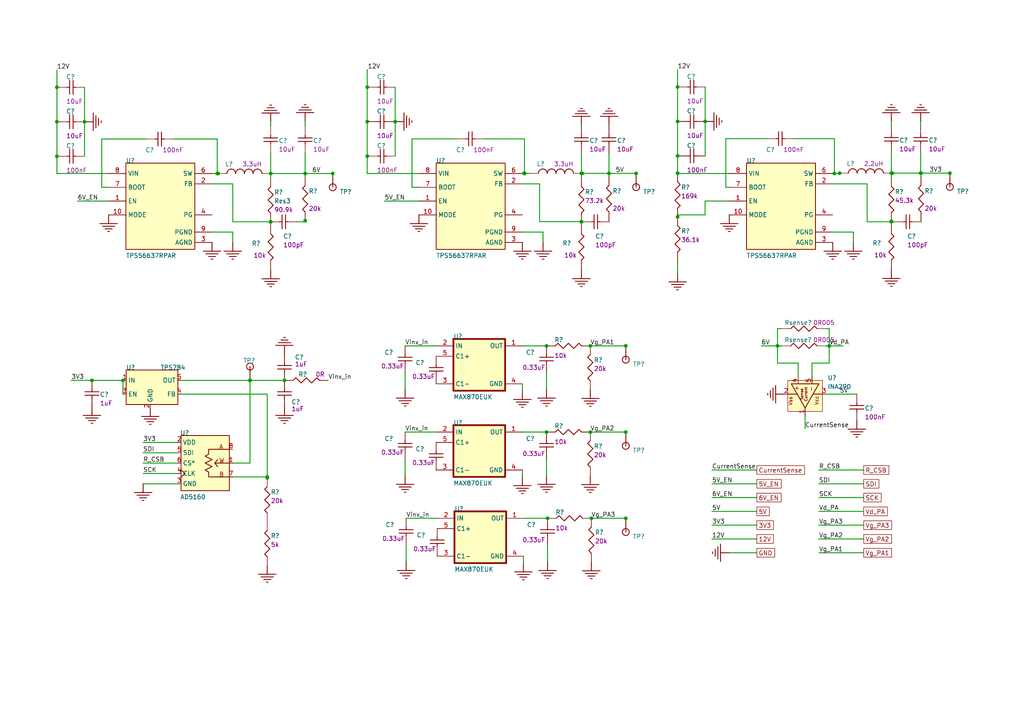
<source format=kicad_sch>
(kicad_sch (version 20211123) (generator eeschema)
  (paper "A4")
  (junction (at 258.5295 50.2203))
  (junction (at 196.5295 62.9203))
  (junction (at 152.1095 50.2803))
  (junction (at 114.6295 35.2803))
  (junction (at 240.5101 100.32))
  (junction (at 77.51 138.62))
  (junction (at 258.7695 50.2203))
  (junction (at 78.51 64.32))
  (junction (at 96.51 50.3201))
  (junction (at 88.5098 50.32))
  (junction (at 77.51 138.32))
  (junction (at 258.5295 64.2604))
  (junction (at 171.51 150.32))
  (junction (at 82.51 110.32))
  (junction (at 158.51 125.32))
  (junction (at 242.0095 50.3203))
  (junction (at 88.5098 64.0203))
  (junction (at 106.51 45.2803))
  (junction (at 168.6296 50.2803))
  (junction (at 72.51 110.32))
  (junction (at 258.5295 64.3203))
  (junction (at 171.21 125.32))
  (junction (at 158.51 100.32))
  (junction (at 196.5295 35.2203))
  (junction (at 225.5101 100.32))
  (junction (at 24.51 35.32))
  (junction (at 243.5295 50.2203))
  (junction (at 158.81 150.32))
  (junction (at 168.8696 50.2803))
  (junction (at 26.67 110.32))
  (junction (at 181.51 100.3201))
  (junction (at 78.51 64.36))
  (junction (at 152.1095 50.2403))
  (junction (at 181.51 125.3201))
  (junction (at 106.51 35.2803))
  (junction (at 204.5295 35.2203))
  (junction (at 168.6296 64.2803))
  (junction (at 78.51 50.32))
  (junction (at 196.5295 25.2203))
  (junction (at 63.0098 50.32))
  (junction (at 16.51 45.32))
  (junction (at 151.9897 50.2403))
  (junction (at 267.1294 50.2203))
  (junction (at 35.67 110.32))
  (junction (at 72.51 110.3199))
  (junction (at 196.5295 50.2203))
  (junction (at 181.51 150.3201))
  (junction (at 176.6296 50.2803))
  (junction (at 184.51 50.2804))
  (junction (at 168.6296 64.3203))
  (junction (at 106.51 25.2803))
  (junction (at 196.5295 45.2203))
  (junction (at 16.51 35.32))
  (junction (at 171.21 100.32))
  (junction (at 63.27 50.32))
  (junction (at 275.5101 50.2204))
  (junction (at 152.1095 50.32))
  (junction (at 267.0295 50.2203))
  (junction (at 258.5295 64.2204))
  (junction (at 16.51 25.32))
  (wire (pts (xy 250.5099 156.3201) (xy 237.51 156.3201)) (stroke (width 0.254)))
  (wire (pts (xy 168.6296 44.2803) (xy 168.6296 50.2803)) (stroke (width 0.254)))
  (wire (pts (xy 176.6296 36.6603) (xy 176.6296 36.2803)) (stroke (width 0.254)))
  (wire (pts (xy 78.51 44.32) (xy 78.51 50.32)) (stroke (width 0.254)))
  (wire (pts (xy 63.27 50.32) (xy 63.0098 50.32)) (stroke (width 0.254)))
  (wire (pts (xy 126.51 100.32) (xy 117.51 100.32)) (stroke (width 0.254)))
  (wire (pts (xy 225.5101 100.32) (xy 225.5101 105.32)) (stroke (width 0.254)))
  (wire (pts (xy 258.5295 50.2203) (xy 258.7695 50.2203)) (stroke (width 0.254)))
  (wire (pts (xy 16.51 35.32) (xy 16.89 35.32)) (stroke (width 0.254)))
  (wire (pts (xy 196.5295 35.2203) (xy 196.9095 35.2203)) (stroke (width 0.254)))
  (wire (pts (xy 156.51 64.2803) (xy 156.51 53.32)) (stroke (width 0.254)))
  (wire (pts (xy 259.5094 64.3203) (xy 258.5295 64.3203)) (stroke (width 0.254)))
  (wire (pts (xy 88.5098 51.3203) (xy 88.5098 50.32)) (stroke (width 0.254)))
  (wire (pts (xy 78.51 50.32) (xy 88.5098 50.32)) (stroke (width 0.254)))
  (wire (pts (xy 233.5101 124.32) (xy 233.5101 120.32)) (stroke (width 0.254)))
  (wire (pts (xy 126.51 110.94) (xy 126.51 111.32)) (stroke (width 0.254)))
  (wire (pts (xy 107.0095 45.2803) (xy 106.51 45.2803)) (stroke (width 0.254)))
  (wire (pts (xy 126.81 160.94) (xy 126.81 161.32)) (stroke (width 0.254)))
  (wire (pts (xy 77.51 138.62) (xy 77.51 138.32)) (stroke (width 0.254)))
  (wire (pts (xy 88.5098 64.32) (xy 88.5098 64.0203)) (stroke (width 0.254)))
  (wire (pts (xy 106.51 25.2803) (xy 106.51 20.2803)) (stroke (width 0.254)))
  (wire (pts (xy 78.51 64.36) (xy 78.51 65.32)) (stroke (width 0.254)))
  (wire (pts (xy 169.0096 64.3203) (xy 168.6296 64.3203)) (stroke (width 0.254)))
  (wire (pts (xy 67.51 64.32) (xy 67.51 53.32)) (stroke (width 0.254)))
  (wire (pts (xy 181.51 150.32) (xy 171.51 150.32)) (stroke (width 0.254)))
  (wire (pts (xy 114.6295 35.2803) (xy 114.6295 25.2803)) (stroke (width 0.254)))
  (wire (pts (xy 156.51 53.32) (xy 151.51 53.32)) (stroke (width 0.254)))
  (wire (pts (xy 258.5295 65.2204) (xy 258.5295 64.3203)) (stroke (width 0.254)))
  (wire (pts (xy 72.51 110.32) (xy 72.51 134.32)) (stroke (width 0.254)))
  (wire (pts (xy 72.51 110.32) (xy 82.51 110.32)) (stroke (width 0.254)))
  (wire (pts (xy 158.51 137.94) (xy 158.51 132.94)) (stroke (width 0.254)))
  (wire (pts (xy 151.51 138.32) (xy 151.51 136.32)) (stroke (width 0.254)))
  (wire (pts (xy 220.8101 100.32) (xy 225.5101 100.32)) (stroke (width 0.254)))
  (wire (pts (xy 16.51 25.32) (xy 16.51 20.32)) (stroke (width 0.254)))
  (wire (pts (xy 231.5101 105.32) (xy 231.5101 109.32)) (stroke (width 0.254)))
  (wire (pts (xy 184.5101 50.2803) (xy 184.5101 50.32)) (stroke (width 0.254)))
  (wire (pts (xy 72.51 134.32) (xy 67.51 134.32)) (stroke (width 0.254)))
  (wire (pts (xy 168.6296 51.5803) (xy 168.6296 50.2803)) (stroke (width 0.254)))
  (wire (pts (xy 78.51 51.66) (xy 78.51 50.32)) (stroke (width 0.254)))
  (wire (pts (xy 158.81 162.94) (xy 158.81 157.94)) (stroke (width 0.254)))
  (wire (pts (xy 219.5101 136.32) (xy 206.5101 136.32)) (stroke (width 0.254)))
  (wire (pts (xy 196.5295 45.2203) (xy 196.5295 50.2203)) (stroke (width 0.254)))
  (wire (pts (xy 35.67 110.32) (xy 26.67 110.32)) (stroke (width 0.254)))
  (wire (pts (xy 235.5101 109.32) (xy 235.5101 105.32)) (stroke (width 0.254)))
  (wire (pts (xy 24.51 45.32) (xy 24.51 35.32)) (stroke (width 0.254)))
  (wire (pts (xy 204.5295 35.2203) (xy 204.5295 25.2203)) (stroke (width 0.254)))
  (wire (pts (xy 196.5295 62.32) (xy 204.5101 62.32)) (stroke (width 0.254)))
  (wire (pts (xy 16.89 25.32) (xy 16.51 25.32)) (stroke (width 0.254)))
  (wire (pts (xy 152.1095 40.2803) (xy 152.1095 50.2403)) (stroke (width 0.254)))
  (wire (pts (xy 251.5101 64.3203) (xy 258.5295 64.3203)) (stroke (width 0.254)))
  (wire (pts (xy 258.5295 64.2604) (xy 258.9095 64.2604)) (stroke (width 0.254)))
  (wire (pts (xy 258.5295 44.2203) (xy 258.5295 50.2203)) (stroke (width 0.254)))
  (wire (pts (xy 267.0295 36.6003) (xy 267.0295 35.2203)) (stroke (width 0.254)))
  (wire (pts (xy 78.51 78.32) (xy 78.51 78.02)) (stroke (width 0.254)))
  (wire (pts (xy 41.51 140.32) (xy 51.51 140.32)) (stroke (width 0.254)))
  (wire (pts (xy 107.0095 25.2803) (xy 106.51 25.2803)) (stroke (width 0.254)))
  (wire (pts (xy 267.1294 50.2203) (xy 275.5101 50.2203)) (stroke (width 0.254)))
  (wire (pts (xy 251.5101 53.3203) (xy 251.5101 64.3203)) (stroke (width 0.254)))
  (wire (pts (xy 86.13 64.32) (xy 88.5098 64.32)) (stroke (width 0.254)))
  (wire (pts (xy 176.6296 64.3203) (xy 176.6296 63.9803)) (stroke (width 0.254)))
  (wire (pts (xy 77.51 138.32) (xy 77.51 114.32)) (stroke (width 0.254)))
  (wire (pts (xy 168.6296 64.2803) (xy 156.51 64.2803)) (stroke (width 0.254)))
  (wire (pts (xy 196.9095 45.2203) (xy 196.5295 45.2203)) (stroke (width 0.254)))
  (wire (pts (xy 119.51 40.2803) (xy 119.51 54.32)) (stroke (width 0.254)))
  (wire (pts (xy 196.5295 50.3203) (xy 211.5295 50.3203)) (stroke (width 0.254)))
  (wire (pts (xy 42.51 40.32) (xy 29.51 40.32)) (stroke (width 0.254)))
  (wire (pts (xy 67.51 138.32) (xy 77.51 138.32)) (stroke (width 0.254)))
  (wire (pts (xy 52.51 110.32) (xy 72.51 110.32)) (stroke (width 0.254)))
  (wire (pts (xy 176.6296 44.2803) (xy 176.6296 50.2803)) (stroke (width 0.254)))
  (wire (pts (xy 151.51 100.32) (xy 158.51 100.32)) (stroke (width 0.254)))
  (wire (pts (xy 219.5099 156.3201) (xy 206.5099 156.3201)) (stroke (width 0.254)))
  (wire (pts (xy 196.5295 50.2203) (xy 196.5295 50.3203)) (stroke (width 0.254)))
  (wire (pts (xy 258.5295 51.5204) (xy 258.5295 50.2203)) (stroke (width 0.254)))
  (wire (pts (xy 119.51 54.32) (xy 121.51 54.32)) (stroke (width 0.254)))
  (wire (pts (xy 196.5295 25.2203) (xy 196.5295 20.2203)) (stroke (width 0.254)))
  (wire (pts (xy 67.51 67.32) (xy 61.51 67.32)) (stroke (width 0.254)))
  (wire (pts (xy 267.1294 51.2803) (xy 267.1294 50.2203)) (stroke (width 0.254)))
  (wire (pts (xy 248.5101 114.32) (xy 239.5101 114.32)) (stroke (width 0.254)))
  (wire (pts (xy 106.51 45.2803) (xy 106.51 50.32)) (stroke (width 0.254)))
  (wire (pts (xy 151.81 163.32) (xy 151.81 161.32)) (stroke (width 0.254)))
  (wire (pts (xy 240.5101 95.32) (xy 239.5101 95.32)) (stroke (width 0.254)))
  (wire (pts (xy 152.1095 50.2403) (xy 151.9897 50.2403)) (stroke (width 0.254)))
  (wire (pts (xy 250.51 152.32) (xy 237.5101 152.32)) (stroke (width 0.254)))
  (wire (pts (xy 219.5096 140.3202) (xy 206.5096 140.3202)) (stroke (width 0.254)))
  (wire (pts (xy 247.5101 70.32) (xy 247.5101 67.3203)) (stroke (width 0.254)))
  (wire (pts (xy 181.51 100.32) (xy 171.21 100.32)) (stroke (width 0.254)))
  (wire (pts (xy 35.67 114.32) (xy 35.67 110.32)) (stroke (width 0.254)))
  (wire (pts (xy 258.5295 36.6003) (xy 258.5295 35.2203)) (stroke (width 0.254)))
  (wire (pts (xy 152.1095 50.2803) (xy 152.1095 50.2403)) (stroke (width 0.254)))
  (wire (pts (xy 106.51 50.32) (xy 121.51 50.32)) (stroke (width 0.254)))
  (wire (pts (xy 140.2496 40.2803) (xy 152.1095 40.2803)) (stroke (width 0.254)))
  (wire (pts (xy 151.51 50.32) (xy 152.1095 50.32)) (stroke (width 0.254)))
  (wire (pts (xy 78.8901 64.36) (xy 78.51 64.36)) (stroke (width 0.254)))
  (wire (pts (xy 204.5295 45.2203) (xy 204.5295 35.2203)) (stroke (width 0.254)))
  (wire (pts (xy 176.6296 50.2803) (xy 176.6296 51.2803)) (stroke (width 0.254)))
  (wire (pts (xy 126.51 135.94) (xy 126.51 136.32)) (stroke (width 0.254)))
  (wire (pts (xy 219.5099 152.3201) (xy 206.5099 152.3201)) (stroke (width 0.254)))
  (wire (pts (xy 63.0098 40.32) (xy 50.13 40.32)) (stroke (width 0.254)))
  (wire (pts (xy 106.51 35.2803) (xy 106.51 25.2803)) (stroke (width 0.254)))
  (wire (pts (xy 196.5295 45.2203) (xy 196.5295 35.2203)) (stroke (width 0.254)))
  (wire (pts (xy 88.5098 35.2003) (xy 88.5098 36.7003)) (stroke (width 0.254)))
  (wire (pts (xy 29.51 40.32) (xy 29.51 54.32)) (stroke (width 0.254)))
  (wire (pts (xy 210.5101 40.2203) (xy 210.5101 54.3203)) (stroke (width 0.254)))
  (wire (pts (xy 235.5101 105.32) (xy 240.5101 105.32)) (stroke (width 0.254)))
  (wire (pts (xy 242.0095 40.2203) (xy 242.0095 50.3203)) (stroke (width 0.254)))
  (wire (pts (xy 250.5101 140.32) (xy 237.5101 140.32)) (stroke (width 0.254)))
  (wire (pts (xy 16.89 45.32) (xy 16.51 45.32)) (stroke (width 0.254)))
  (wire (pts (xy 168.8696 50.2803) (xy 176.6296 50.2803)) (stroke (width 0.254)))
  (wire (pts (xy 41.51 131.32) (xy 51.51 131.32)) (stroke (width 0.254)))
  (wire (pts (xy 240.5101 105.32) (xy 240.5101 100.32)) (stroke (width 0.254)))
  (wire (pts (xy 210.5101 54.3203) (xy 211.5295 54.3203)) (stroke (width 0.254)))
  (wire (pts (xy 168.6296 50.2803) (xy 168.8696 50.2803)) (stroke (width 0.254)))
  (wire (pts (xy 41.51 128.32) (xy 51.51 128.32)) (stroke (width 0.254)))
  (wire (pts (xy 219.5099 160.3199) (xy 211.51 160.3199)) (stroke (width 0.254)))
  (wire (pts (xy 126.51 125.32) (xy 117.51 125.32)) (stroke (width 0.254)))
  (wire (pts (xy 117.51 137.94) (xy 117.51 132.94)) (stroke (width 0.254)))
  (wire (pts (xy 243.5295 50.3203) (xy 243.5295 50.2203)) (stroke (width 0.254)))
  (wire (pts (xy 230.1495 40.2203) (xy 242.0095 40.2203)) (stroke (width 0.254)))
  (wire (pts (xy 225.5101 100.32) (xy 225.5101 95.32)) (stroke (width 0.254)))
  (wire (pts (xy 250.5101 144.32) (xy 237.5101 144.32)) (stroke (width 0.254)))
  (wire (pts (xy 117.81 162.94) (xy 117.81 157.94)) (stroke (width 0.254)))
  (wire (pts (xy 88.5098 50.32) (xy 88.5098 44.3203)) (stroke (width 0.254)))
  (wire (pts (xy 241.5295 53.3203) (xy 251.5101 53.3203)) (stroke (width 0.254)))
  (wire (pts (xy 250.5101 136.32) (xy 237.5101 136.32)) (stroke (width 0.254)))
  (wire (pts (xy 247.5101 67.3203) (xy 241.5295 67.3203)) (stroke (width 0.254)))
  (wire (pts (xy 222.5295 40.2203) (xy 210.5101 40.2203)) (stroke (width 0.254)))
  (wire (pts (xy 63.0098 50.32) (xy 63.0098 40.32)) (stroke (width 0.254)))
  (wire (pts (xy 29.51 54.32) (xy 31.51 54.32)) (stroke (width 0.254)))
  (wire (pts (xy 106.51 35.2803) (xy 106.51 45.2803)) (stroke (width 0.254)))
  (wire (pts (xy 41.51 134.32) (xy 51.51 134.32)) (stroke (width 0.254)))
  (wire (pts (xy 151.81 150.32) (xy 158.81 150.32)) (stroke (width 0.254)))
  (wire (pts (xy 121.51 58.32) (xy 111.51 58.32)) (stroke (width 0.254)))
  (wire (pts (xy 16.51 50.32) (xy 31.51 50.32)) (stroke (width 0.254)))
  (wire (pts (xy 225.5101 105.32) (xy 231.5101 105.32)) (stroke (width 0.254)))
  (wire (pts (xy 16.51 45.32) (xy 16.51 50.32)) (stroke (width 0.254)))
  (wire (pts (xy 157.51 70.32) (xy 157.51 67.32)) (stroke (width 0.254)))
  (wire (pts (xy 242.0095 50.3203) (xy 243.5295 50.3203)) (stroke (width 0.254)))
  (wire (pts (xy 196.9095 25.2203) (xy 196.5295 25.2203)) (stroke (width 0.254)))
  (wire (pts (xy 267.0295 44.2203) (xy 267.0295 50.2203)) (stroke (width 0.254)))
  (wire (pts (xy 196.5295 62.9203) (xy 196.5295 62.32)) (stroke (width 0.254)))
  (wire (pts (xy 24.51 35.32) (xy 24.51 25.32)) (stroke (width 0.254)))
  (wire (pts (xy 16.51 25.32) (xy 16.51 35.32)) (stroke (width 0.254)))
  (wire (pts (xy 225.5101 100.32) (xy 226.8101 100.32)) (stroke (width 0.254)))
  (wire (pts (xy 181.51 125.32) (xy 171.21 125.32)) (stroke (width 0.254)))
  (wire (pts (xy 78.51 36.7) (xy 78.51 35.32)) (stroke (width 0.254)))
  (wire (pts (xy 132.6296 40.2803) (xy 119.51 40.2803)) (stroke (width 0.254)))
  (wire (pts (xy 151.51 113.32) (xy 151.51 111.32)) (stroke (width 0.254)))
  (wire (pts (xy 240.5101 100.32) (xy 239.5101 100.32)) (stroke (width 0.254)))
  (wire (pts (xy 88.5098 50.32) (xy 96.51 50.32)) (stroke (width 0.254)))
  (wire (pts (xy 258.5295 64.3203) (xy 258.5295 64.2604)) (stroke (width 0.254)))
  (wire (pts (xy 106.51 20.2803) (xy 106.6295 20.2803)) (stroke (width 0.254)))
  (wire (pts (xy 240.5101 100.32) (xy 240.5101 95.32)) (stroke (width 0.254)))
  (wire (pts (xy 117.51 112.94) (xy 117.51 107.94)) (stroke (width 0.254)))
  (wire (pts (xy 126.81 150.32) (xy 117.81 150.32)) (stroke (width 0.254)))
  (wire (pts (xy 152.1095 50.32) (xy 152.1095 50.2803)) (stroke (width 0.254)))
  (wire (pts (xy 250.5101 160.32) (xy 237.5101 160.32)) (stroke (width 0.254)))
  (wire (pts (xy 196.5295 79.2204) (xy 196.5295 75.6203)) (stroke (width 0.254)))
  (wire (pts (xy 107.0095 35.2803) (xy 106.51 35.2803)) (stroke (width 0.254)))
  (wire (pts (xy 157.51 67.32) (xy 151.51 67.32)) (stroke (width 0.254)))
  (wire (pts (xy 67.51 70.32) (xy 67.51 67.32)) (stroke (width 0.254)))
  (wire (pts (xy 242.0095 50.3203) (xy 241.5295 50.3203)) (stroke (width 0.254)))
  (wire (pts (xy 31.51 58.32) (xy 22.51 58.32)) (stroke (width 0.254)))
  (wire (pts (xy 168.6296 64.3203) (xy 168.6296 65.2803)) (stroke (width 0.254)))
  (wire (pts (xy 168.6296 36.6603) (xy 168.6296 36.2803)) (stroke (width 0.254)))
  (wire (pts (xy 258.7695 50.2203) (xy 267.0295 50.2203)) (stroke (width 0.254)))
  (wire (pts (xy 16.51 45.32) (xy 16.51 35.32)) (stroke (width 0.254)))
  (wire (pts (xy 26.67 110.32) (xy 20.67 110.32)) (stroke (width 0.254)))
  (wire (pts (xy 61.51 50.32) (xy 63.0098 50.32)) (stroke (width 0.254)))
  (wire (pts (xy 41.51 137.32) (xy 51.51 137.32)) (stroke (width 0.254)))
  (wire (pts (xy 250.51 148.3201) (xy 237.51 148.3201)) (stroke (width 0.254)))
  (wire (pts (xy 219.5099 148.3201) (xy 206.5099 148.3201)) (stroke (width 0.254)))
  (wire (pts (xy 168.6296 78.2803) (xy 168.6296 77.9803)) (stroke (width 0.254)))
  (wire (pts (xy 176.6296 50.2803) (xy 184.5101 50.2803)) (stroke (width 0.254)))
  (wire (pts (xy 158.51 112.94) (xy 158.51 107.94)) (stroke (width 0.254)))
  (wire (pts (xy 240.5101 100.32) (xy 244.5101 100.32)) (stroke (width 0.254)))
  (wire (pts (xy 267.1294 64.3203) (xy 267.1294 63.9803)) (stroke (width 0.254)))
  (wire (pts (xy 114.6295 45.2803) (xy 114.6295 35.2803)) (stroke (width 0.254)))
  (wire (pts (xy 196.5295 25.2203) (xy 196.5295 35.2203)) (stroke (width 0.254)))
  (wire (pts (xy 77.51 114.32) (xy 52.51 114.32)) (stroke (width 0.254)))
  (wire (pts (xy 153.6296 50.2803) (xy 152.1095 50.2803)) (stroke (width 0.254)))
  (wire (pts (xy 258.5295 78.2204) (xy 258.5295 77.9204)) (stroke (width 0.254)))
  (wire (pts (xy 225.5101 95.32) (xy 226.8101 95.32)) (stroke (width 0.254)))
  (wire (pts (xy 151.51 125.32) (xy 158.51 125.32)) (stroke (width 0.254)))
  (wire (pts (xy 219.5099 160.3201) (xy 219.5099 160.3199)) (stroke (width 0.254)))
  (wire (pts (xy 67.51 53.32) (xy 61.51 53.32)) (stroke (width 0.254)))
  (wire (pts (xy 204.5101 58.3203) (xy 211.5295 58.3203)) (stroke (width 0.254)))
  (wire (pts (xy 78.51 64.32) (xy 67.51 64.32)) (stroke (width 0.254)))
  (wire (pts (xy 219.5095 144.3202) (xy 206.5095 144.3202)) (stroke (width 0.254)))
  (wire (pts (xy 267.1294 50.2203) (xy 267.0295 50.2203)) (stroke (width 0.254)))
  (wire (pts (xy 204.5101 62.32) (xy 204.5101 58.3203)) (stroke (width 0.254)))
  (label "Vg_PA3" (at 237.5101 152.32 0))
  (label "Vd_PA" (at 237.51 148.3201 0))
  (label "12V" (at 206.5099 156.3201 0))
  (label "Vinv_in" (at 117.51 125.32 0))
  (label "Vinv_in" (at 117.81 150.32 0))
  (label "3V3" (at 206.5099 152.3201 0))
  (label "12V" (at 196.5295 20.2203 0))
  (label "R_CSB" (at 237.5101 136.32 0))
  (label "5V_EN" (at 206.5096 140.3202 0))
  (label "CurrentSense" (at 206.5101 136.32 0))
  (label "12V" (at 106.6295 20.2803 0))
  (label "Vg_PA1" (at 171.21 100.32 0))
  (label "5V_EN" (at 111.51 58.32 0))
  (label "Vg_PA2" (at 171.21 125.32 0))
  (label "CurrentSense" (at 233.5101 124.32 0))
  (label "6V_EN" (at 206.5095 144.3202 0))
  (label "SDI" (at 41.51 131.32 0))
  (label "3V3" (at 20.67 110.32 0))
  (label "Vg_PA1" (at 237.5101 160.32 0))
  (label "R_CSB" (at 41.51 134.32 0))
  (label "SCK" (at 41.51 137.32 0))
  (label "SDI" (at 237.5101 140.32 0))
  (label "12V" (at 16.51 20.32 0))
  (label "Vg_PA2" (at 237.51 156.3201 0))
  (label "3V3" (at 41.51 128.32 0))
  (label "3V3" (at 269.5101 50.2203 0))
  (label "Vg_PA3" (at 171.51 150.32 0))
  (label "5V" (at 206.5099 148.3201 0))
  (label "6V_EN" (at 22.51 58.32 0))
  (label "6V" (at 90.51 50.32 0))
  (label "Vinv_in" (at 117.51 100.32 0))
  (label "5V" (at 243.5101 114.32 0))
  (label "Vd_PA" (at 240.5101 100.32 0))
  (label "5V" (at 178.51 50.2803 0))
  (label "SCK" (at 237.5101 144.32 0))
  (label "Vinv_in" (at 95.21 110.32 0))
  (label "6V" (at 220.8101 100.32 0))
  (global_label "CurrentSense" (shape passive) (at 219.5101 136.32 0) (property "Intersheet References" "${INTERSHEET_REFS}" (effects hide)))
  (global_label "12V" (shape passive) (at 219.5099 156.3201 0) (property "Intersheet References" "${INTERSHEET_REFS}" (effects hide)))
  (global_label "GND" (shape passive) (at 219.5099 160.3201 0) (property "Intersheet References" "${INTERSHEET_REFS}" (effects hide)))
  (global_label "Vd_PA" (shape passive) (at 250.51 148.3201 0) (property "Intersheet References" "${INTERSHEET_REFS}" (effects hide)))
  (global_label "R_CSB" (shape passive) (at 250.5101 136.32 0) (property "Intersheet References" "${INTERSHEET_REFS}" (effects hide)))
  (global_label "Vg_PA3" (shape passive) (at 250.51 152.32 0) (property "Intersheet References" "${INTERSHEET_REFS}" (effects hide)))
  (global_label "Vg_PA2" (shape passive) (at 250.5099 156.3201 0) (property "Intersheet References" "${INTERSHEET_REFS}" (effects hide)))
  (global_label "3V3" (shape passive) (at 219.5099 152.3201 0) (property "Intersheet References" "${INTERSHEET_REFS}" (effects hide)))
  (global_label "5V_EN" (shape passive) (at 219.5096 140.3202 0) (property "Intersheet References" "${INTERSHEET_REFS}" (effects hide)))
  (global_label "SDI" (shape passive) (at 250.5101 140.32 0) (property "Intersheet References" "${INTERSHEET_REFS}" (effects hide)))
  (global_label "Vg_PA1" (shape passive) (at 250.5101 160.32 0) (property "Intersheet References" "${INTERSHEET_REFS}" (effects hide)))
  (global_label "5V" (shape passive) (at 219.5099 148.3201 0) (property "Intersheet References" "${INTERSHEET_REFS}" (effects hide)))
  (global_label "SCK" (shape passive) (at 250.5101 144.32 0) (property "Intersheet References" "${INTERSHEET_REFS}" (effects hide)))
  (global_label "6V_EN" (shape passive) (at 219.5095 144.3202 0) (property "Intersheet References" "${INTERSHEET_REFS}" (effects hide)))
  (symbol (lib_id "PowerSupply-altium-import:1_Res3") (at 168.97 160.48 0) (unit 1)
    (property "Reference" "R?" (at 172.526 155.146 0) (effects (justify left bottom)))
    (property "Value" "Res3" (effects hide))
    (property "Footprint" "0603 SMD Resistor" (effects hide))
    (property "PUBLISHED" "8-Jun-2000" (effects hide))
    (property "LATESTREVISIONDATE" "29-May-2009" (effects hide))
    (property "LATESTREVISIONNOTE" "IPC-7351 Footprint Added." (effects hide))
    (property "PACKAGEREFERENCE" "J1-0603" (effects hide))
    (property "PUBLISHER" "Altium Limited" (effects hide))
    (property "PACKAGEDESCRIPTION" "Chip Resistor" (effects hide))
    (property "ALTIUM_VALUE" "20k" (at 172.526 157.686 0) (effects (justify left bottom)))
  )
  (symbol (lib_id "PowerSupply-altium-import:3_TP_d1.5mm") (at 270.5101 46.2203 0) (unit 1)
    (property "Reference" "TP?" (at 277.5101 56.26 0) (effects (justify left bottom)))
    (property "Value" "TP" (effects hide))
    (property "Footprint" "TestPoint" (effects hide))
  )
  (symbol (lib_id "PowerSupply-altium-import:GND") (at 168.6296 36.2803 180) (unit 1)
    (property "Reference" "#PWR?" (effects hide))
    (property "Value" "GND" (effects hide))
  )
  (symbol (lib_id "PowerSupply-altium-import:0_Inductor") (at 65.81 47.78 0) (unit 1)
    (property "Reference" "L?" (at 65.27 48.32 0) (effects (justify left bottom)))
    (property "Value" "652-SRP5030T-3R3M" (effects hide))
    (property "Footprint" "Bourns_SRP5030T-3R3M" (effects hide))
    (property "PUBLISHED" "8-Jun-2000" (effects hide))
    (property "LATESTREVISIONDATE" "29-May-2009" (effects hide))
    (property "LATESTREVISIONNOTE" "IPC-7351 Footprint Added." (effects hide))
    (property "PACKAGEREFERENCE" "0402-A" (effects hide))
    (property "PUBLISHER" "Altium Limited" (effects hide))
    (property "PACKAGEDESCRIPTION" "Chip Inductor" (effects hide))
    (property "CODE_JEITA" "0402" (effects hide))
    (property "CODE_IEC" "1005" (effects hide))
    (property "ALTIUM_VALUE" "3.3uH" (at 70.27 48.32 0) (effects (justify left bottom)))
    (property "SUPPLIER 1" "Mouser" (effects hide))
    (property "SUPPLIER PART NUMBER 1" "652-SRP5030T-3R3M" (effects hide))
  )
  (symbol (lib_id "PowerSupply-altium-import:1_TP_d1.5mm") (at 77.51 114.32 0) (unit 1)
    (property "Reference" "TP?" (at 70.51 105.32 0) (effects (justify left bottom)))
    (property "Value" "TP" (effects hide))
    (property "Footprint" "TestPoint" (effects hide))
  )
  (symbol (lib_id "PowerSupply-altium-import:0_Res3") (at 229.3501 97.78 0) (unit 1)
    (property "Reference" "Rsense?" (at 227.5101 99.32 0) (effects (justify left bottom)))
    (property "Value" "Res3" (effects hide))
    (property "Footprint" "1206 SMD RESISTOR" (effects hide))
    (property "PUBLISHED" "8-Jun-2000" (effects hide))
    (property "LATESTREVISIONDATE" "29-May-2009" (effects hide))
    (property "LATESTREVISIONNOTE" "IPC-7351 Footprint Added." (effects hide))
    (property "PACKAGEREFERENCE" "J1-0603" (effects hide))
    (property "PUBLISHER" "Altium Limited" (effects hide))
    (property "PACKAGEDESCRIPTION" "Chip Resistor" (effects hide))
    (property "ALTIUM_VALUE" "0R005" (at 235.8101 99.32 0) (effects (justify left bottom)))
  )
  (symbol (lib_id "PowerSupply-altium-import:0_Res3") (at 161.05 122.78 0) (unit 1)
    (property "Reference" "R?" (at 160.796 124.304 0) (effects (justify left bottom)))
    (property "Value" "Res3" (effects hide))
    (property "Footprint" "0603 SMD Resistor" (effects hide))
    (property "PUBLISHED" "8-Jun-2000" (effects hide))
    (property "LATESTREVISIONDATE" "29-May-2009" (effects hide))
    (property "LATESTREVISIONNOTE" "IPC-7351 Footprint Added." (effects hide))
    (property "PACKAGEREFERENCE" "J1-0603" (effects hide))
    (property "PUBLISHER" "Altium Limited" (effects hide))
    (property "PACKAGEDESCRIPTION" "Chip Resistor" (effects hide))
    (property "ALTIUM_VALUE" "10k" (at 160.796 128.876 0) (effects (justify left bottom)))
  )
  (symbol (lib_id "PowerSupply-altium-import:0_MAX870EUK") (at 131.81 164.32 0) (unit 1)
    (property "Reference" "U?" (at 131.81 148.32 0) (effects (justify left bottom)))
    (property "Value" "MAX870EUK" (at 131.81 165.86 0) (effects (justify left bottom)))
    (property "Footprint" "SOT23-5N" (effects hide))
    (property "CHECK_PRICES" "https://www.snapeda.com/parts/MAX870EUK/Maxim%20Integrated/view-part/989292/?ref=eda" (effects hide))
    (property "PURCHASE-URL" "https://pricing.snapeda.com/search/part/MAX870EUK/?ref=eda" (effects hide))
    (property "MF" "Maxim Integrated" (effects hide))
    (property "PRICE" "None" (effects hide))
    (property "AVAILABILITY" "Warning" (effects hide))
    (property "PACKAGE" "None" (effects hide))
    (property "SNAPEDA_LINK" "https://www.snapeda.com/parts/MAX870EUK/Maxim%20Integrated/view-part/989292/?ref=snap" (effects hide))
    (property "MP" "MAX870EUK" (effects hide))
    (property "ALTIUM_VALUE" "*" (effects hide))
  )
  (symbol (lib_id "PowerSupply-altium-import:GND") (at 82.51 102.7 180) (unit 1)
    (property "Reference" "#PWR?" (effects hide))
    (property "Value" "GND" (effects hide))
  )
  (symbol (lib_id "PowerSupply-altium-import:GND") (at 176.6296 36.2803 180) (unit 1)
    (property "Reference" "#PWR?" (effects hide))
    (property "Value" "GND" (effects hide))
  )
  (symbol (lib_id "PowerSupply-altium-import:0_Res3") (at 229.3501 92.78 0) (unit 1)
    (property "Reference" "Rsense?" (at 227.5101 94.32 0) (effects (justify left bottom)))
    (property "Value" "Res3" (effects hide))
    (property "Footprint" "1206 SMD RESISTOR" (effects hide))
    (property "PUBLISHED" "8-Jun-2000" (effects hide))
    (property "LATESTREVISIONDATE" "29-May-2009" (effects hide))
    (property "LATESTREVISIONNOTE" "IPC-7351 Footprint Added." (effects hide))
    (property "PACKAGEREFERENCE" "J1-0603" (effects hide))
    (property "PUBLISHER" "Altium Limited" (effects hide))
    (property "PACKAGEDESCRIPTION" "Chip Resistor" (effects hide))
    (property "ALTIUM_VALUE" "0R005" (at 235.8101 94.32 0) (effects (justify left bottom)))
  )
  (symbol (lib_id "PowerSupply-altium-import:1_Res3") (at 74.97 148.78 0) (unit 1)
    (property "Reference" "R?" (at 78.526 143.446 0) (effects (justify left bottom)))
    (property "Value" "Res3" (effects hide))
    (property "Footprint" "0603 SMD Resistor" (effects hide))
    (property "PUBLISHED" "8-Jun-2000" (effects hide))
    (property "LATESTREVISIONDATE" "29-May-2009" (effects hide))
    (property "LATESTREVISIONNOTE" "IPC-7351 Footprint Added." (effects hide))
    (property "PACKAGEREFERENCE" "J1-0603" (effects hide))
    (property "PUBLISHER" "Altium Limited" (effects hide))
    (property "PACKAGEDESCRIPTION" "Chip Resistor" (effects hide))
    (property "ALTIUM_VALUE" "20k" (at 78.526 145.986 0) (effects (justify left bottom)))
  )
  (symbol (lib_id "PowerSupply-altium-import:GND") (at 158.51 137.94 0) (unit 1)
    (property "Reference" "#PWR?" (effects hide))
    (property "Value" "GND" (effects hide))
  )
  (symbol (lib_id "PowerSupply-altium-import:GND") (at 227.5101 114.32 270) (unit 1)
    (property "Reference" "#PWR?" (effects hide))
    (property "Value" "GND" (effects hide))
  )
  (symbol (lib_id "PowerSupply-altium-import:2_Cap Semi") (at 264.5894 66.8603 0) (unit 1)
    (property "Reference" "C?" (at 263.1292 69.2806 0) (effects (justify left bottom)))
    (property "Value" "Cap Semi" (effects hide))
    (property "Footprint" "0603 SMD Capacitor" (effects hide))
    (property "PUBLISHED" "8-Jun-2000" (effects hide))
    (property "LATESTREVISIONDATE" "29-May-2009" (effects hide))
    (property "LATESTREVISIONNOTE" "IPC-7351 Footprint Added." (effects hide))
    (property "PACKAGEREFERENCE" "C1206" (effects hide))
    (property "PUBLISHER" "Altium Limited" (effects hide))
    (property "PACKAGEDESCRIPTION" "Chip Capacitor" (effects hide))
    (property "ALTIUM_VALUE" "100pF" (at 263.1292 71.7806 0) (effects (justify left bottom)))
  )
  (symbol (lib_id "PowerSupply-altium-import:3_mirrored_Cap Semi") (at 166.0896 39.2003 0) (unit 1)
    (property "Reference" "C?" (at 170.9156 41.4863 0) (effects (justify left bottom)))
    (property "Value" "Cap Semi" (effects hide))
    (property "Footprint" "0805 SMD Capacitor" (effects hide))
    (property "PUBLISHED" "8-Jun-2000" (effects hide))
    (property "LATESTREVISIONDATE" "29-May-2009" (effects hide))
    (property "LATESTREVISIONNOTE" "IPC-7351 Footprint Added." (effects hide))
    (property "PACKAGEREFERENCE" "C1206" (effects hide))
    (property "PUBLISHER" "Altium Limited" (effects hide))
    (property "PACKAGEDESCRIPTION" "Chip Capacitor" (effects hide))
    (property "ALTIUM_VALUE" "10uF" (at 170.9156 44.0263 0) (effects (justify left bottom)))
  )
  (symbol (lib_id "PowerSupply-altium-import:GND") (at 248.5101 121.94 0) (unit 1)
    (property "Reference" "#PWR?" (effects hide))
    (property "Value" "GND" (effects hide))
  )
  (symbol (lib_id "PowerSupply-altium-import:0_MAX870EUK") (at 131.51 139.32 0) (unit 1)
    (property "Reference" "U?" (at 131.51 123.32 0) (effects (justify left bottom)))
    (property "Value" "MAX870EUK" (at 131.51 140.86 0) (effects (justify left bottom)))
    (property "Footprint" "SOT23-5N" (effects hide))
    (property "CHECK_PRICES" "https://www.snapeda.com/parts/MAX870EUK/Maxim%20Integrated/view-part/989292/?ref=eda" (effects hide))
    (property "PURCHASE-URL" "https://pricing.snapeda.com/search/part/MAX870EUK/?ref=eda" (effects hide))
    (property "MF" "Maxim Integrated" (effects hide))
    (property "PRICE" "None" (effects hide))
    (property "AVAILABILITY" "Warning" (effects hide))
    (property "PACKAGE" "None" (effects hide))
    (property "SNAPEDA_LINK" "https://www.snapeda.com/parts/MAX870EUK/Maxim%20Integrated/view-part/989292/?ref=snap" (effects hide))
    (property "MP" "MAX870EUK" (effects hide))
    (property "ALTIUM_VALUE" "*" (effects hide))
  )
  (symbol (lib_id "PowerSupply-altium-import:GND") (at 151.81 163.32 0) (unit 1)
    (property "Reference" "#PWR?" (effects hide))
    (property "Value" "GND" (effects hide))
  )
  (symbol (lib_id "PowerSupply-altium-import:GND") (at 211.51 160.3199 270) (unit 1)
    (property "Reference" "#PWR?" (effects hide))
    (property "Value" "GND" (effects hide))
  )
  (symbol (lib_id "PowerSupply-altium-import:3_Res3") (at 171.1696 67.8203 0) (unit 1)
    (property "Reference" "R?" (at 163.1294 71.2806 0) (effects (justify left bottom)))
    (property "Value" "Res3" (effects hide))
    (property "Footprint" "0603 SMD Resistor" (effects hide))
    (property "PUBLISHED" "8-Jun-2000" (effects hide))
    (property "LATESTREVISIONDATE" "29-May-2009" (effects hide))
    (property "LATESTREVISIONNOTE" "IPC-7351 Footprint Added." (effects hide))
    (property "PACKAGEREFERENCE" "J1-0603" (effects hide))
    (property "PUBLISHER" "Altium Limited" (effects hide))
    (property "PACKAGEDESCRIPTION" "Chip Resistor" (effects hide))
    (property "ALTIUM_VALUE" "10k" (at 163.6293 74.7806 0) (effects (justify left bottom)))
  )
  (symbol (lib_id "PowerSupply-altium-import:GND") (at 43.59 118.24 0) (unit 1)
    (property "Reference" "#PWR?" (effects hide))
    (property "Value" "GND" (effects hide))
  )
  (symbol (lib_id "PowerSupply-altium-import:3_TP_d1.5mm") (at 176.51 146.32 0) (unit 1)
    (property "Reference" "TP?" (at 183.5101 156.3597 0) (effects (justify left bottom)))
    (property "Value" "TP" (effects hide))
    (property "Footprint" "TestPoint" (effects hide))
  )
  (symbol (lib_id "PowerSupply-altium-import:3_Res3") (at 199.0695 65.4603 0) (unit 1)
    (property "Reference" "R?" (at 197.5455 67.7463 0) (effects (justify left bottom)))
    (property "Value" "Res3" (effects hide))
    (property "Footprint" "0603 SMD Resistor" (effects hide))
    (property "PUBLISHED" "8-Jun-2000" (effects hide))
    (property "LATESTREVISIONDATE" "29-May-2009" (effects hide))
    (property "LATESTREVISIONNOTE" "IPC-7351 Footprint Added." (effects hide))
    (property "PACKAGEREFERENCE" "J1-0603" (effects hide))
    (property "PUBLISHER" "Altium Limited" (effects hide))
    (property "PACKAGEDESCRIPTION" "Chip Resistor" (effects hide))
    (property "ALTIUM_VALUE" "36.1k" (at 197.5455 70.2863 0) (effects (justify left bottom)))
    (property "SUPPLIER 1" "Mouser" (effects hide))
    (property "SUPPLIER PART NUMBER 1" "660-RN731JTTD3612D50" (effects hide))
  )
  (symbol (lib_id "PowerSupply-altium-import:0_mirrored_Cap Semi") (at 112.0895 22.7403 0) (unit 1)
    (property "Reference" "C?" (at 109.2955 22.9943 0) (effects (justify left bottom)))
    (property "Value" "Cap Semi" (effects hide))
    (property "Footprint" "0805 SMD Capacitor" (effects hide))
    (property "PUBLISHED" "8-Jun-2000" (effects hide))
    (property "LATESTREVISIONDATE" "29-May-2009" (effects hide))
    (property "LATESTREVISIONNOTE" "IPC-7351 Footprint Added." (effects hide))
    (property "PACKAGEREFERENCE" "C1206" (effects hide))
    (property "PUBLISHER" "Altium Limited" (effects hide))
    (property "PACKAGEDESCRIPTION" "Chip Capacitor" (effects hide))
    (property "ALTIUM_VALUE" "10uF" (at 109.2955 30.1063 0) (effects (justify left bottom)))
  )
  (symbol (lib_id "PowerSupply-altium-import:0_TPS56637RPAR") (at 125.51 72.32 0) (unit 1)
    (property "Reference" "U?" (at 126.51 47.32 0) (effects (justify left bottom)))
    (property "Value" "TPS56637RPAR" (at 126.51 74.86 0) (effects (justify left bottom)))
    (property "Footprint" "CONV_TPS56637RPAR" (effects hide))
    (property "PACKAGE" "PowerVFQFN-10 Texas Instruments" (effects hide))
    (property "MF" "Texas Instruments" (effects hide))
    (property "ALTIUM_VALUE" "*" (effects hide))
    (property "PRICE" "None" (effects hide))
    (property "MP" "TPS56637RPAR" (effects hide))
    (property "AVAILABILITY" "Unavailable" (effects hide))
    (property "SNAPEDA_LINK" "https://www.snapeda.com/parts/TPS56637RPAR/Texas%20Instruments/view-part/3595662/?ref=snap" (effects hide))
  )
  (symbol (lib_id "PowerSupply-altium-import:3_TP_d1.5mm") (at 176.51 121.32 0) (unit 1)
    (property "Reference" "TP?" (at 183.5101 131.3597 0) (effects (justify left bottom)))
    (property "Value" "TP" (effects hide))
    (property "Footprint" "TestPoint" (effects hide))
  )
  (symbol (lib_id "PowerSupply-altium-import:GND") (at 158.81 162.94 0) (unit 1)
    (property "Reference" "#PWR?" (effects hide))
    (property "Value" "GND" (effects hide))
  )
  (symbol (lib_id "PowerSupply-altium-import:1_Res3") (at 168.67 110.48 0) (unit 1)
    (property "Reference" "R?" (at 172.226 105.146 0) (effects (justify left bottom)))
    (property "Value" "Res3" (effects hide))
    (property "Footprint" "0603 SMD Resistor" (effects hide))
    (property "PUBLISHED" "8-Jun-2000" (effects hide))
    (property "LATESTREVISIONDATE" "29-May-2009" (effects hide))
    (property "LATESTREVISIONNOTE" "IPC-7351 Footprint Added." (effects hide))
    (property "PACKAGEREFERENCE" "J1-0603" (effects hide))
    (property "PUBLISHER" "Altium Limited" (effects hide))
    (property "PACKAGEDESCRIPTION" "Chip Resistor" (effects hide))
    (property "ALTIUM_VALUE" "20k" (at 172.226 107.686 0) (effects (justify left bottom)))
  )
  (symbol (lib_id "PowerSupply-altium-import:GND") (at 26.67 117.94 0) (unit 1)
    (property "Reference" "#PWR?" (effects hide))
    (property "Value" "GND" (effects hide))
  )
  (symbol (lib_id "PowerSupply-altium-import:1_Res3") (at 85.9698 61.4803 0) (unit 1)
    (property "Reference" "R?" (at 89.5258 56.1463 0) (effects (justify left bottom)))
    (property "Value" "Res3" (effects hide))
    (property "Footprint" "0603 SMD Resistor" (effects hide))
    (property "PUBLISHED" "8-Jun-2000" (effects hide))
    (property "LATESTREVISIONDATE" "29-May-2009" (effects hide))
    (property "LATESTREVISIONNOTE" "IPC-7351 Footprint Added." (effects hide))
    (property "PACKAGEREFERENCE" "J1-0603" (effects hide))
    (property "PUBLISHER" "Altium Limited" (effects hide))
    (property "PACKAGEDESCRIPTION" "Chip Resistor" (effects hide))
    (property "ALTIUM_VALUE" "20k" (at 89.5258 61.2263 0) (effects (justify left bottom)))
  )
  (symbol (lib_id "PowerSupply-altium-import:3_mirrored_Cap Semi") (at 155.97 127.86 0) (unit 1)
    (property "Reference" "C?" (at 152.51 127.94 0) (effects (justify left bottom)))
    (property "Value" "Cap Semi" (effects hide))
    (property "Footprint" "0603 SMD Capacitor" (effects hide))
    (property "PUBLISHED" "8-Jun-2000" (effects hide))
    (property "LATESTREVISIONDATE" "29-May-2009" (effects hide))
    (property "LATESTREVISIONNOTE" "IPC-7351 Footprint Added." (effects hide))
    (property "PACKAGEREFERENCE" "C1206" (effects hide))
    (property "PUBLISHER" "Altium Limited" (effects hide))
    (property "PACKAGEDESCRIPTION" "Chip Capacitor" (effects hide))
    (property "ALTIUM_VALUE" "0.33uF" (at 151.51 132.32 0) (effects (justify left bottom)))
  )
  (symbol (lib_id "PowerSupply-altium-import:GND") (at 114.6295 35.2803 90) (unit 1)
    (property "Reference" "#PWR?" (effects hide))
    (property "Value" "GND" (effects hide))
  )
  (symbol (lib_id "PowerSupply-altium-import:3_TP_d1.5mm") (at 179.51 46.2803 0) (unit 1)
    (property "Reference" "TP?" (at 186.5101 56.32 0) (effects (justify left bottom)))
    (property "Value" "TP" (effects hide))
    (property "Footprint" "TestPoint" (effects hide))
  )
  (symbol (lib_id "PowerSupply-altium-import:GND") (at 157.51 70.32 0) (unit 1)
    (property "Reference" "#PWR?" (effects hide))
    (property "Value" "GND" (effects hide))
  )
  (symbol (lib_id "PowerSupply-altium-import:0_TPS56637RPAR") (at 215.5295 72.3203 0) (unit 1)
    (property "Reference" "U?" (at 216.5295 47.3203 0) (effects (justify left bottom)))
    (property "Value" "TPS56637RPAR" (at 216.5295 74.8603 0) (effects (justify left bottom)))
    (property "Footprint" "CONV_TPS56637RPAR" (effects hide))
    (property "PACKAGE" "PowerVFQFN-10 Texas Instruments" (effects hide))
    (property "MF" "Texas Instruments" (effects hide))
    (property "ALTIUM_VALUE" "*" (effects hide))
    (property "PRICE" "None" (effects hide))
    (property "MP" "TPS56637RPAR" (effects hide))
    (property "AVAILABILITY" "Unavailable" (effects hide))
    (property "SNAPEDA_LINK" "https://www.snapeda.com/parts/TPS56637RPAR/Texas%20Instruments/view-part/3595662/?ref=snap" (effects hide))
  )
  (symbol (lib_id "PowerSupply-altium-import:3_mirrored_Cap Semi") (at 24.13 112.86 0) (unit 1)
    (property "Reference" "C?" (at 28.956 115.146 0) (effects (justify left bottom)))
    (property "Value" "Cap Semi" (effects hide))
    (property "Footprint" "0603 SMD Capacitor" (effects hide))
    (property "PUBLISHED" "8-Jun-2000" (effects hide))
    (property "LATESTREVISIONDATE" "29-May-2009" (effects hide))
    (property "LATESTREVISIONNOTE" "IPC-7351 Footprint Added." (effects hide))
    (property "PACKAGEREFERENCE" "C1206" (effects hide))
    (property "PUBLISHER" "Altium Limited" (effects hide))
    (property "PACKAGEDESCRIPTION" "Chip Capacitor" (effects hide))
    (property "ALTIUM_VALUE" "1uF" (at 28.956 117.686 0) (effects (justify left bottom)))
  )
  (symbol (lib_id "PowerSupply-altium-import:GND") (at 121.51 62.32 0) (unit 1)
    (property "Reference" "#PWR?" (effects hide))
    (property "Value" "GND" (effects hide))
  )
  (symbol (lib_id "PowerSupply-altium-import:3_TP_d1.5mm") (at 91.51 46.32 0) (unit 1)
    (property "Reference" "TP?" (at 98.51 56.3597 0) (effects (justify left bottom)))
    (property "Value" "TP" (effects hide))
    (property "Footprint" "TestPoint" (effects hide))
  )
  (symbol (lib_id "PowerSupply-altium-import:1_Res3") (at 168.67 135.48 0) (unit 1)
    (property "Reference" "R?" (at 172.226 130.146 0) (effects (justify left bottom)))
    (property "Value" "Res3" (effects hide))
    (property "Footprint" "0603 SMD Resistor" (effects hide))
    (property "PUBLISHED" "8-Jun-2000" (effects hide))
    (property "LATESTREVISIONDATE" "29-May-2009" (effects hide))
    (property "LATESTREVISIONNOTE" "IPC-7351 Footprint Added." (effects hide))
    (property "PACKAGEREFERENCE" "J1-0603" (effects hide))
    (property "PUBLISHER" "Altium Limited" (effects hide))
    (property "PACKAGEDESCRIPTION" "Chip Resistor" (effects hide))
    (property "ALTIUM_VALUE" "20k" (at 172.226 132.686 0) (effects (justify left bottom)))
  )
  (symbol (lib_id "PowerSupply-altium-import:3_mirrored_Cap Semi") (at 123.97 130.86 0) (unit 1)
    (property "Reference" "C?" (at 120.51 130.94 0) (effects (justify left bottom)))
    (property "Value" "Cap Semi" (effects hide))
    (property "Footprint" "0603 SMD Capacitor" (effects hide))
    (property "PUBLISHED" "8-Jun-2000" (effects hide))
    (property "LATESTREVISIONDATE" "29-May-2009" (effects hide))
    (property "LATESTREVISIONNOTE" "IPC-7351 Footprint Added." (effects hide))
    (property "PACKAGEREFERENCE" "C1206" (effects hide))
    (property "PUBLISHER" "Altium Limited" (effects hide))
    (property "PACKAGEDESCRIPTION" "Chip Capacitor" (effects hide))
    (property "ALTIUM_VALUE" "0.33uF" (at 119.51 134.94 0) (effects (justify left bottom)))
  )
  (symbol (lib_id "PowerSupply-altium-import:GND") (at 171.51 163.02 0) (unit 1)
    (property "Reference" "#PWR?" (effects hide))
    (property "Value" "GND" (effects hide))
  )
  (symbol (lib_id "PowerSupply-altium-import:1_Res3") (at 75.97 61.82 0) (unit 1)
    (property "Reference" "R?" (at 79.526 56.486 0) (effects (justify left bottom)))
    (property "Value" "Res3" (at 79.526 59.026 0) (effects (justify left bottom)))
    (property "Footprint" "0603 SMD Resistor" (effects hide))
    (property "PUBLISHED" "8-Jun-2000" (effects hide))
    (property "LATESTREVISIONDATE" "29-May-2009" (effects hide))
    (property "LATESTREVISIONNOTE" "IPC-7351 Footprint Added." (effects hide))
    (property "PACKAGEREFERENCE" "J1-0603" (effects hide))
    (property "PUBLISHER" "Altium Limited" (effects hide))
    (property "PACKAGEDESCRIPTION" "Chip Resistor" (effects hide))
    (property "ALTIUM_VALUE" "90.9k" (at 79.526 61.566 0) (effects (justify left bottom)))
  )
  (symbol (lib_id "PowerSupply-altium-import:3_mirrored_Cap Semi") (at 156.27 152.86 0) (unit 1)
    (property "Reference" "C?" (at 152.81 152.94 0) (effects (justify left bottom)))
    (property "Value" "Cap Semi" (effects hide))
    (property "Footprint" "0603 SMD Capacitor" (effects hide))
    (property "PUBLISHED" "8-Jun-2000" (effects hide))
    (property "LATESTREVISIONDATE" "29-May-2009" (effects hide))
    (property "LATESTREVISIONNOTE" "IPC-7351 Footprint Added." (effects hide))
    (property "PACKAGEREFERENCE" "C1206" (effects hide))
    (property "PUBLISHER" "Altium Limited" (effects hide))
    (property "PACKAGEDESCRIPTION" "Chip Capacitor" (effects hide))
    (property "ALTIUM_VALUE" "0.33uF" (at 151.51 157.32 0) (effects (justify left bottom)))
  )
  (symbol (lib_id "PowerSupply-altium-import:GND") (at 258.5295 78.2204 0) (unit 1)
    (property "Reference" "#PWR?" (effects hide))
    (property "Value" "GND" (effects hide))
  )
  (symbol (lib_id "PowerSupply-altium-import:GND") (at 241.5295 70.3203 0) (unit 1)
    (property "Reference" "#PWR?" (effects hide))
    (property "Value" "GND" (effects hide))
  )
  (symbol (lib_id "PowerSupply-altium-import:3_Res3") (at 261.0695 54.0604 0) (unit 1)
    (property "Reference" "R?" (at 259.5455 56.3464 0) (effects (justify left bottom)))
    (property "Value" "Res3" (effects hide))
    (property "Footprint" "0603 SMD Resistor" (effects hide))
    (property "PUBLISHED" "8-Jun-2000" (effects hide))
    (property "LATESTREVISIONDATE" "29-May-2009" (effects hide))
    (property "LATESTREVISIONNOTE" "IPC-7351 Footprint Added." (effects hide))
    (property "PACKAGEREFERENCE" "J1-0603" (effects hide))
    (property "PUBLISHER" "Altium Limited" (effects hide))
    (property "PACKAGEDESCRIPTION" "Chip Resistor" (effects hide))
    (property "ALTIUM_VALUE" "45.3k" (at 259.5455 58.8864 0) (effects (justify left bottom)))
  )
  (symbol (lib_id "PowerSupply-altium-import:0_TPS784") (at 31.59 117.32 0) (unit 1)
    (property "Reference" "U?" (at 36.59 107.32 0) (effects (justify left bottom)))
    (property "Value" "TPS784" (at 46.51 107.32 0) (effects (justify left bottom)))
    (property "Footprint" "SOT23-5N" (effects hide))
    (property "TYPE" "DEV" (effects hide))
    (property "REFDES" "RefDes" (effects hide))
    (property "COPYRIGHT" "Copyright (C) 2021 Ultra Librarian. All rights reserved." (effects hide))
    (property "MFR_NAME" "Texas Instruments" (effects hide))
    (property "MANUFACTURER_PART_NUMBER" "PTPS78401QDBVRQ1" (effects hide))
  )
  (symbol (lib_id "PowerSupply-altium-import:0_mirrored_Cap Semi") (at 137.7096 37.7403 0) (unit 1)
    (property "Reference" "C?" (at 132.2495 44.2003 0) (effects (justify left bottom)))
    (property "Value" "Cap Semi" (effects hide))
    (property "Footprint" "0603 SMD Capacitor" (effects hide))
    (property "PUBLISHED" "8-Jun-2000" (effects hide))
    (property "LATESTREVISIONDATE" "29-May-2009" (effects hide))
    (property "LATESTREVISIONNOTE" "IPC-7351 Footprint Added." (effects hide))
    (property "PACKAGEREFERENCE" "C1206" (effects hide))
    (property "PUBLISHER" "Altium Limited" (effects hide))
    (property "PACKAGEDESCRIPTION" "Chip Capacitor" (effects hide))
    (property "ALTIUM_VALUE" "100nF" (at 137.2496 44.2003 0) (effects (justify left bottom)))
    (property "SUPPLIER 1" "Mouser" (effects hide))
    (property "SUPPLIER PART NUMBER 1" "80-C603C104K5RAC3121" (effects hide))
  )
  (symbol (lib_id "PowerSupply-altium-import:0_mirrored_Cap Semi") (at 227.6095 37.6803 0) (unit 1)
    (property "Reference" "C?" (at 222.1495 44.1403 0) (effects (justify left bottom)))
    (property "Value" "Cap Semi" (effects hide))
    (property "Footprint" "0603 SMD Capacitor" (effects hide))
    (property "PUBLISHED" "8-Jun-2000" (effects hide))
    (property "LATESTREVISIONDATE" "29-May-2009" (effects hide))
    (property "LATESTREVISIONNOTE" "IPC-7351 Footprint Added." (effects hide))
    (property "PACKAGEREFERENCE" "C1206" (effects hide))
    (property "PUBLISHER" "Altium Limited" (effects hide))
    (property "PACKAGEDESCRIPTION" "Chip Capacitor" (effects hide))
    (property "ALTIUM_VALUE" "100nF" (at 227.1495 44.1403 0) (effects (justify left bottom)))
    (property "SUPPLIER 1" "Mouser" (effects hide))
    (property "SUPPLIER PART NUMBER 1" "80-C603C104K5RAC3121" (effects hide))
  )
  (symbol (lib_id "PowerSupply-altium-import:3_Res3") (at 81.05 67.86 0) (unit 1)
    (property "Reference" "R?" (at 73.0098 71.3203 0) (effects (justify left bottom)))
    (property "Value" "Res3" (effects hide))
    (property "Footprint" "0603 SMD Resistor" (effects hide))
    (property "PUBLISHED" "8-Jun-2000" (effects hide))
    (property "LATESTREVISIONDATE" "29-May-2009" (effects hide))
    (property "LATESTREVISIONNOTE" "IPC-7351 Footprint Added." (effects hide))
    (property "PACKAGEREFERENCE" "J1-0603" (effects hide))
    (property "PUBLISHER" "Altium Limited" (effects hide))
    (property "PACKAGEDESCRIPTION" "Chip Resistor" (effects hide))
    (property "ALTIUM_VALUE" "10k" (at 73.5098 74.8203 0) (effects (justify left bottom)))
  )
  (symbol (lib_id "PowerSupply-altium-import:3_mirrored_Cap Semi") (at 79.97 112.86 0) (unit 1)
    (property "Reference" "C?" (at 84.51 117.32 0) (effects (justify left bottom)))
    (property "Value" "Cap Semi" (effects hide))
    (property "Footprint" "0603 SMD Capacitor" (effects hide))
    (property "PUBLISHED" "8-Jun-2000" (effects hide))
    (property "LATESTREVISIONDATE" "29-May-2009" (effects hide))
    (property "LATESTREVISIONNOTE" "IPC-7351 Footprint Added." (effects hide))
    (property "PACKAGEREFERENCE" "C1206" (effects hide))
    (property "PUBLISHER" "Altium Limited" (effects hide))
    (property "PACKAGEDESCRIPTION" "Chip Capacitor" (effects hide))
    (property "ALTIUM_VALUE" "1uF" (at 84.51 119.32 0) (effects (justify left bottom)))
  )
  (symbol (lib_id "PowerSupply-altium-import:GND") (at 82.51 117.94 0) (unit 1)
    (property "Reference" "#PWR?" (effects hide))
    (property "Value" "GND" (effects hide))
  )
  (symbol (lib_id "PowerSupply-altium-import:2_Cap Semi") (at 174.0896 66.8603 0) (unit 1)
    (property "Reference" "C?" (at 172.6293 69.2806 0) (effects (justify left bottom)))
    (property "Value" "Cap Semi" (effects hide))
    (property "Footprint" "0603 SMD Capacitor" (effects hide))
    (property "PUBLISHED" "8-Jun-2000" (effects hide))
    (property "LATESTREVISIONDATE" "29-May-2009" (effects hide))
    (property "LATESTREVISIONNOTE" "IPC-7351 Footprint Added." (effects hide))
    (property "PACKAGEREFERENCE" "C1206" (effects hide))
    (property "PUBLISHER" "Altium Limited" (effects hide))
    (property "PACKAGEDESCRIPTION" "Chip Capacitor" (effects hide))
    (property "ALTIUM_VALUE" "100pF" (at 172.6293 71.7806 0) (effects (justify left bottom)))
  )
  (symbol (lib_id "PowerSupply-altium-import:3_mirrored_Cap Semi") (at 114.97 102.86 0) (unit 1)
    (property "Reference" "C?" (at 111.51 102.94 0) (effects (justify left bottom)))
    (property "Value" "Cap Semi" (effects hide))
    (property "Footprint" "0603 SMD Capacitor" (effects hide))
    (property "PUBLISHED" "8-Jun-2000" (effects hide))
    (property "LATESTREVISIONDATE" "29-May-2009" (effects hide))
    (property "LATESTREVISIONNOTE" "IPC-7351 Footprint Added." (effects hide))
    (property "PACKAGEREFERENCE" "C1206" (effects hide))
    (property "PUBLISHER" "Altium Limited" (effects hide))
    (property "PACKAGEDESCRIPTION" "Chip Capacitor" (effects hide))
    (property "ALTIUM_VALUE" "0.33uF" (at 110.51 106.94 0) (effects (justify left bottom)))
  )
  (symbol (lib_id "PowerSupply-altium-import:3_mirrored_Cap Semi") (at 115.27 152.86 0) (unit 1)
    (property "Reference" "C?" (at 111.81 152.94 0) (effects (justify left bottom)))
    (property "Value" "Cap Semi" (effects hide))
    (property "Footprint" "0603 SMD Capacitor" (effects hide))
    (property "PUBLISHED" "8-Jun-2000" (effects hide))
    (property "LATESTREVISIONDATE" "29-May-2009" (effects hide))
    (property "LATESTREVISIONNOTE" "IPC-7351 Footprint Added." (effects hide))
    (property "PACKAGEREFERENCE" "C1206" (effects hide))
    (property "PUBLISHER" "Altium Limited" (effects hide))
    (property "PACKAGEDESCRIPTION" "Chip Capacitor" (effects hide))
    (property "ALTIUM_VALUE" "0.33uF" (at 110.81 156.94 0) (effects (justify left bottom)))
  )
  (symbol (lib_id "PowerSupply-altium-import:0_mirrored_Cap Semi") (at 201.9895 32.6803 0) (unit 1)
    (property "Reference" "C?" (at 199.1955 32.9343 0) (effects (justify left bottom)))
    (property "Value" "Cap Semi" (effects hide))
    (property "Footprint" "0805 SMD Capacitor" (effects hide))
    (property "PUBLISHED" "8-Jun-2000" (effects hide))
    (property "LATESTREVISIONDATE" "29-May-2009" (effects hide))
    (property "LATESTREVISIONNOTE" "IPC-7351 Footprint Added." (effects hide))
    (property "PACKAGEREFERENCE" "C1206" (effects hide))
    (property "PUBLISHER" "Altium Limited" (effects hide))
    (property "PACKAGEDESCRIPTION" "Chip Capacitor" (effects hide))
    (property "ALTIUM_VALUE" "10uF" (at 199.1955 40.0463 0) (effects (justify left bottom)))
  )
  (symbol (lib_id "PowerSupply-altium-import:0_Res3") (at 161.35 147.78 0) (unit 1)
    (property "Reference" "R?" (at 161.096 149.304 0) (effects (justify left bottom)))
    (property "Value" "Res3" (effects hide))
    (property "Footprint" "0603 SMD Resistor" (effects hide))
    (property "PUBLISHED" "8-Jun-2000" (effects hide))
    (property "LATESTREVISIONDATE" "29-May-2009" (effects hide))
    (property "LATESTREVISIONNOTE" "IPC-7351 Footprint Added." (effects hide))
    (property "PACKAGEREFERENCE" "J1-0603" (effects hide))
    (property "PUBLISHER" "Altium Limited" (effects hide))
    (property "PACKAGEDESCRIPTION" "Chip Resistor" (effects hide))
    (property "ALTIUM_VALUE" "10k" (at 161.096 153.876 0) (effects (justify left bottom)))
  )
  (symbol (lib_id "PowerSupply-altium-import:1_Res3") (at 264.5894 61.4403 0) (unit 1)
    (property "Reference" "R?" (at 268.1454 56.1063 0) (effects (justify left bottom)))
    (property "Value" "Res3" (effects hide))
    (property "Footprint" "0603 SMD Resistor" (effects hide))
    (property "PUBLISHED" "8-Jun-2000" (effects hide))
    (property "LATESTREVISIONDATE" "29-May-2009" (effects hide))
    (property "LATESTREVISIONNOTE" "IPC-7351 Footprint Added." (effects hide))
    (property "PACKAGEREFERENCE" "J1-0603" (effects hide))
    (property "PUBLISHER" "Altium Limited" (effects hide))
    (property "PACKAGEDESCRIPTION" "Chip Resistor" (effects hide))
    (property "ALTIUM_VALUE" "20k" (at 268.1454 61.1863 0) (effects (justify left bottom)))
  )
  (symbol (lib_id "PowerSupply-altium-import:3_mirrored_Cap Semi") (at 155.97 102.86 0) (unit 1)
    (property "Reference" "C?" (at 152.51 102.94 0) (effects (justify left bottom)))
    (property "Value" "Cap Semi" (effects hide))
    (property "Footprint" "0603 SMD Capacitor" (effects hide))
    (property "PUBLISHED" "8-Jun-2000" (effects hide))
    (property "LATESTREVISIONDATE" "29-May-2009" (effects hide))
    (property "LATESTREVISIONNOTE" "IPC-7351 Footprint Added." (effects hide))
    (property "PACKAGEREFERENCE" "C1206" (effects hide))
    (property "PUBLISHER" "Altium Limited" (effects hide))
    (property "PACKAGEDESCRIPTION" "Chip Capacitor" (effects hide))
    (property "ALTIUM_VALUE" "0.33uF" (at 151.51 107.32 0) (effects (justify left bottom)))
  )
  (symbol (lib_id "PowerSupply-altium-import:GND") (at 24.51 35.32 90) (unit 1)
    (property "Reference" "#PWR?" (effects hide))
    (property "Value" "GND" (effects hide))
  )
  (symbol (lib_id "PowerSupply-altium-import:3_mirrored_Cap Semi") (at 255.9895 39.1403 0) (unit 1)
    (property "Reference" "C?" (at 260.8155 41.4263 0) (effects (justify left bottom)))
    (property "Value" "Cap Semi" (effects hide))
    (property "Footprint" "0805 SMD Capacitor" (effects hide))
    (property "PUBLISHED" "8-Jun-2000" (effects hide))
    (property "LATESTREVISIONDATE" "29-May-2009" (effects hide))
    (property "LATESTREVISIONNOTE" "IPC-7351 Footprint Added." (effects hide))
    (property "PACKAGEREFERENCE" "C1206" (effects hide))
    (property "PUBLISHER" "Altium Limited" (effects hide))
    (property "PACKAGEDESCRIPTION" "Chip Capacitor" (effects hide))
    (property "ALTIUM_VALUE" "10uF" (at 260.8155 43.9663 0) (effects (justify left bottom)))
  )
  (symbol (lib_id "PowerSupply-altium-import:GND") (at 67.51 70.32 0) (unit 1)
    (property "Reference" "#PWR?" (effects hide))
    (property "Value" "GND" (effects hide))
  )
  (symbol (lib_id "PowerSupply-altium-import:GND") (at 158.51 112.94 0) (unit 1)
    (property "Reference" "#PWR?" (effects hide))
    (property "Value" "GND" (effects hide))
  )
  (symbol (lib_id "PowerSupply-altium-import:3_TP_d1.5mm") (at 176.51 96.32 0) (unit 1)
    (property "Reference" "TP?" (at 183.5101 106.3597 0) (effects (justify left bottom)))
    (property "Value" "TP" (effects hide))
    (property "Footprint" "TestPoint" (effects hide))
  )
  (symbol (lib_id "PowerSupply-altium-import:GND") (at 171.21 138.02 0) (unit 1)
    (property "Reference" "#PWR?" (effects hide))
    (property "Value" "GND" (effects hide))
  )
  (symbol (lib_id "PowerSupply-altium-import:GND") (at 168.6296 78.2803 0) (unit 1)
    (property "Reference" "#PWR?" (effects hide))
    (property "Value" "GND" (effects hide))
  )
  (symbol (lib_id "PowerSupply-altium-import:3_mirrored_Cap Semi") (at 123.97 105.86 0) (unit 1)
    (property "Reference" "C?" (at 120.51 105.94 0) (effects (justify left bottom)))
    (property "Value" "Cap Semi" (effects hide))
    (property "Footprint" "0603 SMD Capacitor" (effects hide))
    (property "PUBLISHED" "8-Jun-2000" (effects hide))
    (property "LATESTREVISIONDATE" "29-May-2009" (effects hide))
    (property "LATESTREVISIONNOTE" "IPC-7351 Footprint Added." (effects hide))
    (property "PACKAGEREFERENCE" "C1206" (effects hide))
    (property "PUBLISHER" "Altium Limited" (effects hide))
    (property "PACKAGEDESCRIPTION" "Chip Capacitor" (effects hide))
    (property "ALTIUM_VALUE" "0.33uF" (at 119.51 109.94 0) (effects (justify left bottom)))
  )
  (symbol (lib_id "PowerSupply-altium-import:2_mirrored_Cap Semi") (at 109.5495 47.8203 0) (unit 1)
    (property "Reference" "C?" (at 109.2955 42.9943 0) (effects (justify left bottom)))
    (property "Value" "Cap Semi" (effects hide))
    (property "Footprint" "0603 SMD Capacitor" (effects hide))
    (property "PUBLISHED" "8-Jun-2000" (effects hide))
    (property "LATESTREVISIONDATE" "29-May-2009" (effects hide))
    (property "LATESTREVISIONNOTE" "IPC-7351 Footprint Added." (effects hide))
    (property "PACKAGEREFERENCE" "C1206" (effects hide))
    (property "PUBLISHER" "Altium Limited" (effects hide))
    (property "PACKAGEDESCRIPTION" "Chip Capacitor" (effects hide))
    (property "ALTIUM_VALUE" "100nF" (at 109.2955 50.1063 0) (effects (justify left bottom)))
    (property "SUPPLIER 1" "Mouser" (effects hide))
    (property "SUPPLIER PART NUMBER 1" "80-C603C104K5RAC3121" (effects hide))
  )
  (symbol (lib_id "PowerSupply-altium-import:GND") (at 258.5295 35.2203 180) (unit 1)
    (property "Reference" "#PWR?" (effects hide))
    (property "Value" "GND" (effects hide))
  )
  (symbol (lib_id "PowerSupply-altium-import:3_mirrored_Cap Semi") (at 85.9698 39.2403 0) (unit 1)
    (property "Reference" "C?" (at 90.7958 41.5263 0) (effects (justify left bottom)))
    (property "Value" "Cap Semi" (effects hide))
    (property "Footprint" "0805 SMD Capacitor" (effects hide))
    (property "PUBLISHED" "8-Jun-2000" (effects hide))
    (property "LATESTREVISIONDATE" "29-May-2009" (effects hide))
    (property "LATESTREVISIONNOTE" "IPC-7351 Footprint Added." (effects hide))
    (property "PACKAGEREFERENCE" "C1206" (effects hide))
    (property "PUBLISHER" "Altium Limited" (effects hide))
    (property "PACKAGEDESCRIPTION" "Chip Capacitor" (effects hide))
    (property "ALTIUM_VALUE" "10uF" (at 90.7958 44.0663 0) (effects (justify left bottom)))
  )
  (symbol (lib_id "PowerSupply-altium-import:0_Inductor") (at 246.0695 47.6803 0) (unit 1)
    (property "Reference" "L?" (at 245.5295 48.2203 0) (effects (justify left bottom)))
    (property "Value" "WE_74438356022" (effects hide))
    (property "Footprint" "Coilcraft_XAL60xx" (effects hide))
    (property "PUBLISHED" "8-Jun-2000" (effects hide))
    (property "LATESTREVISIONDATE" "29-May-2009" (effects hide))
    (property "LATESTREVISIONNOTE" "IPC-7351 Footprint Added." (effects hide))
    (property "PACKAGEREFERENCE" "0402-A" (effects hide))
    (property "PUBLISHER" "Altium Limited" (effects hide))
    (property "PACKAGEDESCRIPTION" "Chip Inductor" (effects hide))
    (property "CODE_JEITA" "0402" (effects hide))
    (property "CODE_IEC" "1005" (effects hide))
    (property "ALTIUM_VALUE" "2.2uH" (at 250.5295 48.2203 0) (effects (justify left bottom)))
  )
  (symbol (lib_id "PowerSupply-altium-import:2_mirrored_Cap Semi") (at 199.4495 47.7603 0) (unit 1)
    (property "Reference" "C?" (at 199.1955 42.9343 0) (effects (justify left bottom)))
    (property "Value" "Cap Semi" (effects hide))
    (property "Footprint" "0603 SMD Capacitor" (effects hide))
    (property "PUBLISHED" "8-Jun-2000" (effects hide))
    (property "LATESTREVISIONDATE" "29-May-2009" (effects hide))
    (property "LATESTREVISIONNOTE" "IPC-7351 Footprint Added." (effects hide))
    (property "PACKAGEREFERENCE" "C1206" (effects hide))
    (property "PUBLISHER" "Altium Limited" (effects hide))
    (property "PACKAGEDESCRIPTION" "Chip Capacitor" (effects hide))
    (property "ALTIUM_VALUE" "100nF" (at 199.1955 50.0463 0) (effects (justify left bottom)))
    (property "SUPPLIER 1" "Mouser" (effects hide))
    (property "SUPPLIER PART NUMBER 1" "80-C603C104K5RAC3121" (effects hide))
  )
  (symbol (lib_id "PowerSupply-altium-import:3_mirrored_Cap Semi") (at 174.0896 39.2003 0) (unit 1)
    (property "Reference" "C?" (at 178.9156 41.4863 0) (effects (justify left bottom)))
    (property "Value" "Cap Semi" (effects hide))
    (property "Footprint" "0805 SMD Capacitor" (effects hide))
    (property "PUBLISHED" "8-Jun-2000" (effects hide))
    (property "LATESTREVISIONDATE" "29-May-2009" (effects hide))
    (property "LATESTREVISIONNOTE" "IPC-7351 Footprint Added." (effects hide))
    (property "PACKAGEREFERENCE" "C1206" (effects hide))
    (property "PUBLISHER" "Altium Limited" (effects hide))
    (property "PACKAGEDESCRIPTION" "Chip Capacitor" (effects hide))
    (property "ALTIUM_VALUE" "10uF" (at 178.9156 44.0263 0) (effects (justify left bottom)))
  )
  (symbol (lib_id "PowerSupply-altium-import:GND") (at 151.51 138.32 0) (unit 1)
    (property "Reference" "#PWR?" (effects hide))
    (property "Value" "GND" (effects hide))
  )
  (symbol (lib_id "PowerSupply-altium-import:GND") (at 151.51 113.32 0) (unit 1)
    (property "Reference" "#PWR?" (effects hide))
    (property "Value" "GND" (effects hide))
  )
  (symbol (lib_id "PowerSupply-altium-import:3_Cap Semi") (at 251.0501 116.86 0) (unit 1)
    (property "Reference" "C?" (at 250.7961 119.146 0) (effects (justify left bottom)))
    (property "Value" "Cap Semi" (effects hide))
    (property "Footprint" "0603 SMD Capacitor" (effects hide))
    (property "PUBLISHED" "8-Jun-2000" (effects hide))
    (property "LATESTREVISIONDATE" "29-May-2009" (effects hide))
    (property "LATESTREVISIONNOTE" "IPC-7351 Footprint Added." (effects hide))
    (property "PACKAGEREFERENCE" "C1206" (effects hide))
    (property "PUBLISHER" "Altium Limited" (effects hide))
    (property "PACKAGEDESCRIPTION" "Chip Capacitor" (effects hide))
    (property "ALTIUM_VALUE" "100nF" (at 250.7961 121.686 0) (effects (justify left bottom)))
    (property "SUPPLIER 1" "Mouser" (effects hide))
    (property "SUPPLIER PART NUMBER 1" "80-C603C104K5RAC3121" (effects hide))
  )
  (symbol (lib_id "PowerSupply-altium-import:3_mirrored_Cap Semi") (at 124.27 155.86 0) (unit 1)
    (property "Reference" "C?" (at 120.81 155.94 0) (effects (justify left bottom)))
    (property "Value" "Cap Semi" (effects hide))
    (property "Footprint" "0603 SMD Capacitor" (effects hide))
    (property "PUBLISHED" "8-Jun-2000" (effects hide))
    (property "LATESTREVISIONDATE" "29-May-2009" (effects hide))
    (property "LATESTREVISIONNOTE" "IPC-7351 Footprint Added." (effects hide))
    (property "PACKAGEREFERENCE" "C1206" (effects hide))
    (property "PUBLISHER" "Altium Limited" (effects hide))
    (property "PACKAGEDESCRIPTION" "Chip Capacitor" (effects hide))
    (property "ALTIUM_VALUE" "0.33uF" (at 119.81 159.94 0) (effects (justify left bottom)))
  )
  (symbol (lib_id "PowerSupply-altium-import:GND") (at 88.5098 35.2003 180) (unit 1)
    (property "Reference" "#PWR?" (effects hide))
    (property "Value" "GND" (effects hide))
  )
  (symbol (lib_id "PowerSupply-altium-import:GND") (at 196.5295 79.2204 0) (unit 1)
    (property "Reference" "#PWR?" (effects hide))
    (property "Value" "GND" (effects hide))
  )
  (symbol (lib_id "PowerSupply-altium-import:0_Res3") (at 161.05 97.78 0) (unit 1)
    (property "Reference" "R?" (at 160.796 99.304 0) (effects (justify left bottom)))
    (property "Value" "Res3" (effects hide))
    (property "Footprint" "0603 SMD Resistor" (effects hide))
    (property "PUBLISHED" "8-Jun-2000" (effects hide))
    (property "LATESTREVISIONDATE" "29-May-2009" (effects hide))
    (property "LATESTREVISIONNOTE" "IPC-7351 Footprint Added." (effects hide))
    (property "PACKAGEREFERENCE" "J1-0603" (effects hide))
    (property "PUBLISHER" "Altium Limited" (effects hide))
    (property "PACKAGEDESCRIPTION" "Chip Resistor" (effects hide))
    (property "ALTIUM_VALUE" "10k" (at 160.796 103.876 0) (effects (justify left bottom)))
  )
  (symbol (lib_id "PowerSupply-altium-import:GND") (at 77.51 164.02 0) (unit 1)
    (property "Reference" "#PWR?" (effects hide))
    (property "Value" "GND" (effects hide))
  )
  (symbol (lib_id "PowerSupply-altium-import:0_mirrored_Cap Semi") (at 21.97 32.78 0) (unit 1)
    (property "Reference" "C?" (at 19.176 33.034 0) (effects (justify left bottom)))
    (property "Value" "Cap Semi" (effects hide))
    (property "Footprint" "0805 SMD Capacitor" (effects hide))
    (property "PUBLISHED" "8-Jun-2000" (effects hide))
    (property "LATESTREVISIONDATE" "29-May-2009" (effects hide))
    (property "LATESTREVISIONNOTE" "IPC-7351 Footprint Added." (effects hide))
    (property "PACKAGEREFERENCE" "C1206" (effects hide))
    (property "PUBLISHER" "Altium Limited" (effects hide))
    (property "PACKAGEDESCRIPTION" "Chip Capacitor" (effects hide))
    (property "ALTIUM_VALUE" "10uF" (at 19.176 40.146 0) (effects (justify left bottom)))
  )
  (symbol (lib_id "PowerSupply-altium-import:3_mirrored_Cap Semi") (at 114.97 127.86 0) (unit 1)
    (property "Reference" "C?" (at 111.51 127.94 0) (effects (justify left bottom)))
    (property "Value" "Cap Semi" (effects hide))
    (property "Footprint" "0603 SMD Capacitor" (effects hide))
    (property "PUBLISHED" "8-Jun-2000" (effects hide))
    (property "LATESTREVISIONDATE" "29-May-2009" (effects hide))
    (property "LATESTREVISIONNOTE" "IPC-7351 Footprint Added." (effects hide))
    (property "PACKAGEREFERENCE" "C1206" (effects hide))
    (property "PUBLISHER" "Altium Limited" (effects hide))
    (property "PACKAGEDESCRIPTION" "Chip Capacitor" (effects hide))
    (property "ALTIUM_VALUE" "0.33uF" (at 110.51 131.94 0) (effects (justify left bottom)))
  )
  (symbol (lib_id "PowerSupply-altium-import:0_mirrored_Cap Semi") (at 201.9895 22.6803 0) (unit 1)
    (property "Reference" "C?" (at 199.1955 22.9343 0) (effects (justify left bottom)))
    (property "Value" "Cap Semi" (effects hide))
    (property "Footprint" "0805 SMD Capacitor" (effects hide))
    (property "PUBLISHED" "8-Jun-2000" (effects hide))
    (property "LATESTREVISIONDATE" "29-May-2009" (effects hide))
    (property "LATESTREVISIONNOTE" "IPC-7351 Footprint Added." (effects hide))
    (property "PACKAGEREFERENCE" "C1206" (effects hide))
    (property "PUBLISHER" "Altium Limited" (effects hide))
    (property "PACKAGEDESCRIPTION" "Chip Capacitor" (effects hide))
    (property "ALTIUM_VALUE" "10uF" (at 199.1955 30.0463 0) (effects (justify left bottom)))
  )
  (symbol (lib_id "PowerSupply-altium-import:GND") (at 151.51 70.32 0) (unit 1)
    (property "Reference" "#PWR?" (effects hide))
    (property "Value" "GND" (effects hide))
  )
  (symbol (lib_id "PowerSupply-altium-import:0_TPS56637RPAR") (at 35.51 72.32 0) (unit 1)
    (property "Reference" "U?" (at 36.51 47.32 0) (effects (justify left bottom)))
    (property "Value" "TPS56637RPAR" (at 36.51 74.86 0) (effects (justify left bottom)))
    (property "Footprint" "CONV_TPS56637RPAR" (effects hide))
    (property "PACKAGE" "PowerVFQFN-10 Texas Instruments" (effects hide))
    (property "MF" "Texas Instruments" (effects hide))
    (property "ALTIUM_VALUE" "*" (effects hide))
    (property "PRICE" "None" (effects hide))
    (property "MP" "TPS56637RPAR" (effects hide))
    (property "AVAILABILITY" "Unavailable" (effects hide))
    (property "SNAPEDA_LINK" "https://www.snapeda.com/parts/TPS56637RPAR/Texas%20Instruments/view-part/3595662/?ref=snap" (effects hide))
  )
  (symbol (lib_id "PowerSupply-altium-import:0_Inductor") (at 156.1696 47.7403 0) (unit 1)
    (property "Reference" "L?" (at 155.6296 48.2803 0) (effects (justify left bottom)))
    (property "Value" "652-SRP5030T-3R3M" (effects hide))
    (property "Footprint" "Bourns_SRP5030T-3R3M" (effects hide))
    (property "PUBLISHED" "8-Jun-2000" (effects hide))
    (property "LATESTREVISIONDATE" "29-May-2009" (effects hide))
    (property "LATESTREVISIONNOTE" "IPC-7351 Footprint Added." (effects hide))
    (property "PACKAGEREFERENCE" "0402-A" (effects hide))
    (property "PUBLISHER" "Altium Limited" (effects hide))
    (property "PACKAGEDESCRIPTION" "Chip Inductor" (effects hide))
    (property "CODE_JEITA" "0402" (effects hide))
    (property "CODE_IEC" "1005" (effects hide))
    (property "ALTIUM_VALUE" "3.3uH" (at 160.6296 48.2803 0) (effects (justify left bottom)))
    (property "SUPPLIER 1" "Mouser" (effects hide))
    (property "SUPPLIER PART NUMBER 1" "652-SRP5030T-3R3M" (effects hide))
  )
  (symbol (lib_id "PowerSupply-altium-import:3_mirrored_Cap Semi") (at 75.97 39.24 0) (unit 1)
    (property "Reference" "C?" (at 80.796 41.526 0) (effects (justify left bottom)))
    (property "Value" "Cap Semi" (effects hide))
    (property "Footprint" "0805 SMD Capacitor" (effects hide))
    (property "PUBLISHED" "8-Jun-2000" (effects hide))
    (property "LATESTREVISIONDATE" "29-May-2009" (effects hide))
    (property "LATESTREVISIONNOTE" "IPC-7351 Footprint Added." (effects hide))
    (property "PACKAGEREFERENCE" "C1206" (effects hide))
    (property "PUBLISHER" "Altium Limited" (effects hide))
    (property "PACKAGEDESCRIPTION" "Chip Capacitor" (effects hide))
    (property "ALTIUM_VALUE" "10uF" (at 80.796 44.066 0) (effects (justify left bottom)))
  )
  (symbol (lib_id "PowerSupply-altium-import:0_AD5160") (at 41.51 145.32 0) (unit 1)
    (property "Reference" "U?" (at 52.256 126.32 0) (effects (justify left bottom)))
    (property "Value" "AD5160" (at 52.256 144.86 0) (effects (justify left bottom)))
    (property "Footprint" "SOT-28-8N" (effects hide))
    (property "MP" "AD5160BRJZ50-RL7" (effects hide))
    (property "PACKAGE" "SOT-23-8 Analog Devices" (effects hide))
    (property "SNAPEDA_LINK" "https://www.snapeda.com/parts/AD5160BRJZ50-RL7/Analog%20Devices%20Inc./view-part/251577/?ref=snap" (effects hide))
    (property "ALTIUM_VALUE" "*" (effects hide))
    (property "MF" "Analog Devices" (effects hide))
    (property "DIGI-KEY_PART_NUMBER" "AD5160BRJZ50-RL7CT-ND" (effects hide))
  )
  (symbol (lib_id "PowerSupply-altium-import:GND") (at 31.51 62.32 0) (unit 1)
    (property "Reference" "#PWR?" (effects hide))
    (property "Value" "GND" (effects hide))
  )
  (symbol (lib_id "PowerSupply-altium-import:0_Res3") (at 85.05 107.78 0) (unit 1)
    (property "Reference" "R?" (at 86.51 109.32 0) (effects (justify left bottom)))
    (property "Value" "Res3" (effects hide))
    (property "Footprint" "0603 SMD Resistor" (effects hide))
    (property "PUBLISHED" "8-Jun-2000" (effects hide))
    (property "LATESTREVISIONDATE" "29-May-2009" (effects hide))
    (property "LATESTREVISIONNOTE" "IPC-7351 Footprint Added." (effects hide))
    (property "PACKAGEREFERENCE" "J1-0603" (effects hide))
    (property "PUBLISHER" "Altium Limited" (effects hide))
    (property "PACKAGEDESCRIPTION" "Chip Resistor" (effects hide))
    (property "ALTIUM_VALUE" "0R" (at 91.51 109.32 0) (effects (justify left bottom)))
  )
  (symbol (lib_id "PowerSupply-altium-import:GND") (at 78.51 35.32 180) (unit 1)
    (property "Reference" "#PWR?" (effects hide))
    (property "Value" "GND" (effects hide))
  )
  (symbol (lib_id "PowerSupply-altium-import:2_Cap Semi") (at 83.59 66.86 0) (unit 1)
    (property "Reference" "C?" (at 82.1297 69.2803 0) (effects (justify left bottom)))
    (property "Value" "Cap Semi" (effects hide))
    (property "Footprint" "0603 SMD Capacitor" (effects hide))
    (property "PUBLISHED" "8-Jun-2000" (effects hide))
    (property "LATESTREVISIONDATE" "29-May-2009" (effects hide))
    (property "LATESTREVISIONNOTE" "IPC-7351 Footprint Added." (effects hide))
    (property "PACKAGEREFERENCE" "C1206" (effects hide))
    (property "PUBLISHER" "Altium Limited" (effects hide))
    (property "PACKAGEDESCRIPTION" "Chip Capacitor" (effects hide))
    (property "ALTIUM_VALUE" "100pF" (at 82.1297 71.7803 0) (effects (justify left bottom)))
  )
  (symbol (lib_id "PowerSupply-altium-import:3_Res3") (at 261.0695 67.7604 0) (unit 1)
    (property "Reference" "R?" (at 253.0293 71.2207 0) (effects (justify left bottom)))
    (property "Value" "Res3" (effects hide))
    (property "Footprint" "0603 SMD Resistor" (effects hide))
    (property "PUBLISHED" "8-Jun-2000" (effects hide))
    (property "LATESTREVISIONDATE" "29-May-2009" (effects hide))
    (property "LATESTREVISIONNOTE" "IPC-7351 Footprint Added." (effects hide))
    (property "PACKAGEREFERENCE" "J1-0603" (effects hide))
    (property "PUBLISHER" "Altium Limited" (effects hide))
    (property "PACKAGEDESCRIPTION" "Chip Resistor" (effects hide))
    (property "ALTIUM_VALUE" "10k" (at 253.5293 74.7207 0) (effects (justify left bottom)))
  )
  (symbol (lib_id "PowerSupply-altium-import:GND") (at 171.21 113.02 0) (unit 1)
    (property "Reference" "#PWR?" (effects hide))
    (property "Value" "GND" (effects hide))
  )
  (symbol (lib_id "PowerSupply-altium-import:GND") (at 78.51 78.32 0) (unit 1)
    (property "Reference" "#PWR?" (effects hide))
    (property "Value" "GND" (effects hide))
  )
  (symbol (lib_id "PowerSupply-altium-import:GND") (at 211.5295 62.3203 0) (unit 1)
    (property "Reference" "#PWR?" (effects hide))
    (property "Value" "GND" (effects hide))
  )
  (symbol (lib_id "PowerSupply-altium-import:3_INA290") (at 228.5101 107.32 0) (unit 1)
    (property "Reference" "U?" (at 240.0181 110.32 0) (effects (justify left bottom)))
    (property "Value" "INA290" (at 240.0181 112.86 0) (effects (justify left bottom)))
    (property "Footprint" "SC70-5" (effects hide))
  )
  (symbol (lib_id "PowerSupply-altium-import:GND") (at 204.5295 35.2203 90) (unit 1)
    (property "Reference" "#PWR?" (effects hide))
    (property "Value" "GND" (effects hide))
  )
  (symbol (lib_id "PowerSupply-altium-import:3_Res3") (at 199.0695 52.7603 0) (unit 1)
    (property "Reference" "R?" (at 197.5455 55.0463 0) (effects (justify left bottom)))
    (property "Value" "Res3" (effects hide))
    (property "Footprint" "0603 SMD Resistor" (effects hide))
    (property "PUBLISHED" "8-Jun-2000" (effects hide))
    (property "LATESTREVISIONDATE" "29-May-2009" (effects hide))
    (property "LATESTREVISIONNOTE" "IPC-7351 Footprint Added." (effects hide))
    (property "PACKAGEREFERENCE" "J1-0603" (effects hide))
    (property "PUBLISHER" "Altium Limited" (effects hide))
    (property "PACKAGEDESCRIPTION" "Chip Resistor" (effects hide))
    (property "ALTIUM_VALUE" "169k" (at 197.5455 57.5863 0) (effects (justify left bottom)))
    (property "SUPPLIER 1" "Mouser" (effects hide))
    (property "SUPPLIER PART NUMBER 1" "279-RQ73C2A169KBTDF" (effects hide))
  )
  (symbol (lib_id "PowerSupply-altium-import:3_Res3") (at 171.1696 54.1203 0) (unit 1)
    (property "Reference" "R?" (at 169.6456 56.4063 0) (effects (justify left bottom)))
    (property "Value" "Res3" (effects hide))
    (property "Footprint" "0603 SMD Resistor" (effects hide))
    (property "PUBLISHED" "8-Jun-2000" (effects hide))
    (property "LATESTREVISIONDATE" "29-May-2009" (effects hide))
    (property "LATESTREVISIONNOTE" "IPC-7351 Footprint Added." (effects hide))
    (property "PACKAGEREFERENCE" "J1-0603" (effects hide))
    (property "PUBLISHER" "Altium Limited" (effects hide))
    (property "PACKAGEDESCRIPTION" "Chip Resistor" (effects hide))
    (property "ALTIUM_VALUE" "73.2k" (at 169.6456 58.9463 0) (effects (justify left bottom)))
  )
  (symbol (lib_id "PowerSupply-altium-import:1_Res3") (at 74.97 161.48 0) (unit 1)
    (property "Reference" "R?" (at 78.526 156.146 0) (effects (justify left bottom)))
    (property "Value" "Res3" (effects hide))
    (property "Footprint" "0603 SMD Resistor" (effects hide))
    (property "PUBLISHED" "8-Jun-2000" (effects hide))
    (property "LATESTREVISIONDATE" "29-May-2009" (effects hide))
    (property "LATESTREVISIONNOTE" "IPC-7351 Footprint Added." (effects hide))
    (property "PACKAGEREFERENCE" "J1-0603" (effects hide))
    (property "PUBLISHER" "Altium Limited" (effects hide))
    (property "PACKAGEDESCRIPTION" "Chip Resistor" (effects hide))
    (property "ALTIUM_VALUE" "5k" (at 78.526 158.686 0) (effects (justify left bottom)))
  )
  (symbol (lib_id "PowerSupply-altium-import:GND") (at 61.51 70.32 0) (unit 1)
    (property "Reference" "#PWR?" (effects hide))
    (property "Value" "GND" (effects hide))
  )
  (symbol (lib_id "PowerSupply-altium-import:GND") (at 41.51 140.32 0) (unit 1)
    (property "Reference" "#PWR?" (effects hide))
    (property "Value" "GND" (effects hide))
  )
  (symbol (lib_id "PowerSupply-altium-import:0_mirrored_Cap Semi") (at 47.59 37.78 0) (unit 1)
    (property "Reference" "C?" (at 42.13 44.24 0) (effects (justify left bottom)))
    (property "Value" "Cap Semi" (effects hide))
    (property "Footprint" "0603 SMD Capacitor" (effects hide))
    (property "PUBLISHED" "8-Jun-2000" (effects hide))
    (property "LATESTREVISIONDATE" "29-May-2009" (effects hide))
    (property "LATESTREVISIONNOTE" "IPC-7351 Footprint Added." (effects hide))
    (property "PACKAGEREFERENCE" "C1206" (effects hide))
    (property "PUBLISHER" "Altium Limited" (effects hide))
    (property "PACKAGEDESCRIPTION" "Chip Capacitor" (effects hide))
    (property "ALTIUM_VALUE" "100nF" (at 47.13 44.24 0) (effects (justify left bottom)))
    (property "SUPPLIER 1" "Mouser" (effects hide))
    (property "SUPPLIER PART NUMBER 1" "80-C603C104K5RAC3121" (effects hide))
  )
  (symbol (lib_id "PowerSupply-altium-import:1_Res3") (at 174.0896 61.4403 0) (unit 1)
    (property "Reference" "R?" (at 177.6456 56.1063 0) (effects (justify left bottom)))
    (property "Value" "Res3" (effects hide))
    (property "Footprint" "0603 SMD Resistor" (effects hide))
    (property "PUBLISHED" "8-Jun-2000" (effects hide))
    (property "LATESTREVISIONDATE" "29-May-2009" (effects hide))
    (property "LATESTREVISIONNOTE" "IPC-7351 Footprint Added." (effects hide))
    (property "PACKAGEREFERENCE" "J1-0603" (effects hide))
    (property "PUBLISHER" "Altium Limited" (effects hide))
    (property "PACKAGEDESCRIPTION" "Chip Resistor" (effects hide))
    (property "ALTIUM_VALUE" "20k" (at 177.6456 61.1863 0) (effects (justify left bottom)))
  )
  (symbol (lib_id "PowerSupply-altium-import:GND") (at 267.0295 35.2203 180) (unit 1)
    (property "Reference" "#PWR?" (effects hide))
    (property "Value" "GND" (effects hide))
  )
  (symbol (lib_id "PowerSupply-altium-import:GND") (at 117.51 137.94 0) (unit 1)
    (property "Reference" "#PWR?" (effects hide))
    (property "Value" "GND" (effects hide))
  )
  (symbol (lib_id "PowerSupply-altium-import:GND") (at 247.5101 70.32 0) (unit 1)
    (property "Reference" "#PWR?" (effects hide))
    (property "Value" "GND" (effects hide))
  )
  (symbol (lib_id "PowerSupply-altium-import:3_mirrored_Cap Semi") (at 264.4895 39.1403 0) (unit 1)
    (property "Reference" "C?" (at 269.3155 41.4263 0) (effects (justify left bottom)))
    (property "Value" "Cap Semi" (effects hide))
    (property "Footprint" "0805 SMD Capacitor" (effects hide))
    (property "PUBLISHED" "8-Jun-2000" (effects hide))
    (property "LATESTREVISIONDATE" "29-May-2009" (effects hide))
    (property "LATESTREVISIONNOTE" "IPC-7351 Footprint Added." (effects hide))
    (property "PACKAGEREFERENCE" "C1206" (effects hide))
    (property "PUBLISHER" "Altium Limited" (effects hide))
    (property "PACKAGEDESCRIPTION" "Chip Capacitor" (effects hide))
    (property "ALTIUM_VALUE" "10uF" (at 269.3155 43.9663 0) (effects (justify left bottom)))
  )
  (symbol (lib_id "PowerSupply-altium-import:0_mirrored_Cap Semi") (at 112.0895 32.7403 0) (unit 1)
    (property "Reference" "C?" (at 109.2955 32.9943 0) (effects (justify left bottom)))
    (property "Value" "Cap Semi" (effects hide))
    (property "Footprint" "0805 SMD Capacitor" (effects hide))
    (property "PUBLISHED" "8-Jun-2000" (effects hide))
    (property "LATESTREVISIONDATE" "29-May-2009" (effects hide))
    (property "LATESTREVISIONNOTE" "IPC-7351 Footprint Added." (effects hide))
    (property "PACKAGEREFERENCE" "C1206" (effects hide))
    (property "PUBLISHER" "Altium Limited" (effects hide))
    (property "PACKAGEDESCRIPTION" "Chip Capacitor" (effects hide))
    (property "ALTIUM_VALUE" "10uF" (at 109.2955 40.1063 0) (effects (justify left bottom)))
  )
  (symbol (lib_id "PowerSupply-altium-import:1_mirrored_Cap Semi") (at 85.05 107.78 0) (unit 1)
    (property "Reference" "C?" (at 85.51 104.32 0) (effects (justify left bottom)))
    (property "Value" "Cap Semi" (effects hide))
    (property "Footprint" "0603 SMD Capacitor" (effects hide))
    (property "PUBLISHED" "8-Jun-2000" (effects hide))
    (property "LATESTREVISIONDATE" "29-May-2009" (effects hide))
    (property "LATESTREVISIONNOTE" "IPC-7351 Footprint Added." (effects hide))
    (property "PACKAGEREFERENCE" "C1206" (effects hide))
    (property "PUBLISHER" "Altium Limited" (effects hide))
    (property "PACKAGEDESCRIPTION" "Chip Capacitor" (effects hide))
    (property "ALTIUM_VALUE" "1uF" (at 85.51 106.32 0) (effects (justify left bottom)))
  )
  (symbol (lib_id "PowerSupply-altium-import:2_mirrored_Cap Semi") (at 19.43 47.86 0) (unit 1)
    (property "Reference" "C?" (at 19.176 43.034 0) (effects (justify left bottom)))
    (property "Value" "Cap Semi" (effects hide))
    (property "Footprint" "0603 SMD Capacitor" (effects hide))
    (property "PUBLISHED" "8-Jun-2000" (effects hide))
    (property "LATESTREVISIONDATE" "29-May-2009" (effects hide))
    (property "LATESTREVISIONNOTE" "IPC-7351 Footprint Added." (effects hide))
    (property "PACKAGEREFERENCE" "C1206" (effects hide))
    (property "PUBLISHER" "Altium Limited" (effects hide))
    (property "PACKAGEDESCRIPTION" "Chip Capacitor" (effects hide))
    (property "ALTIUM_VALUE" "100nF" (at 19.176 50.146 0) (effects (justify left bottom)))
    (property "SUPPLIER 1" "Mouser" (effects hide))
    (property "SUPPLIER PART NUMBER 1" "80-C603C104K5RAC3121" (effects hide))
  )
  (symbol (lib_id "PowerSupply-altium-import:GND") (at 117.51 112.94 0) (unit 1)
    (property "Reference" "#PWR?" (effects hide))
    (property "Value" "GND" (effects hide))
  )
  (symbol (lib_id "PowerSupply-altium-import:0_mirrored_Cap Semi") (at 21.97 22.78 0) (unit 1)
    (property "Reference" "C?" (at 19.176 23.034 0) (effects (justify left bottom)))
    (property "Value" "Cap Semi" (effects hide))
    (property "Footprint" "0805 SMD Capacitor" (effects hide))
    (property "PUBLISHED" "8-Jun-2000" (effects hide))
    (property "LATESTREVISIONDATE" "29-May-2009" (effects hide))
    (property "LATESTREVISIONNOTE" "IPC-7351 Footprint Added." (effects hide))
    (property "PACKAGEREFERENCE" "C1206" (effects hide))
    (property "PUBLISHER" "Altium Limited" (effects hide))
    (property "PACKAGEDESCRIPTION" "Chip Capacitor" (effects hide))
    (property "ALTIUM_VALUE" "10uF" (at 19.176 30.146 0) (effects (justify left bottom)))
  )
  (symbol (lib_id "PowerSupply-altium-import:GND") (at 117.81 162.94 0) (unit 1)
    (property "Reference" "#PWR?" (effects hide))
    (property "Value" "GND" (effects hide))
  )
  (symbol (lib_id "PowerSupply-altium-import:0_MAX870EUK") (at 131.51 114.32 0) (unit 1)
    (property "Reference" "U?" (at 131.51 98.32 0) (effects (justify left bottom)))
    (property "Value" "MAX870EUK" (at 131.51 115.86 0) (effects (justify left bottom)))
    (property "Footprint" "SOT23-5N" (effects hide))
    (property "CHECK_PRICES" "https://www.snapeda.com/parts/MAX870EUK/Maxim%20Integrated/view-part/989292/?ref=eda" (effects hide))
    (property "PURCHASE-URL" "https://pricing.snapeda.com/search/part/MAX870EUK/?ref=eda" (effects hide))
    (property "MF" "Maxim Integrated" (effects hide))
    (property "PRICE" "None" (effects hide))
    (property "AVAILABILITY" "Warning" (effects hide))
    (property "PACKAGE" "None" (effects hide))
    (property "SNAPEDA_LINK" "https://www.snapeda.com/parts/MAX870EUK/Maxim%20Integrated/view-part/989292/?ref=snap" (effects hide))
    (property "MP" "MAX870EUK" (effects hide))
    (property "ALTIUM_VALUE" "*" (effects hide))
  )
)
</source>
